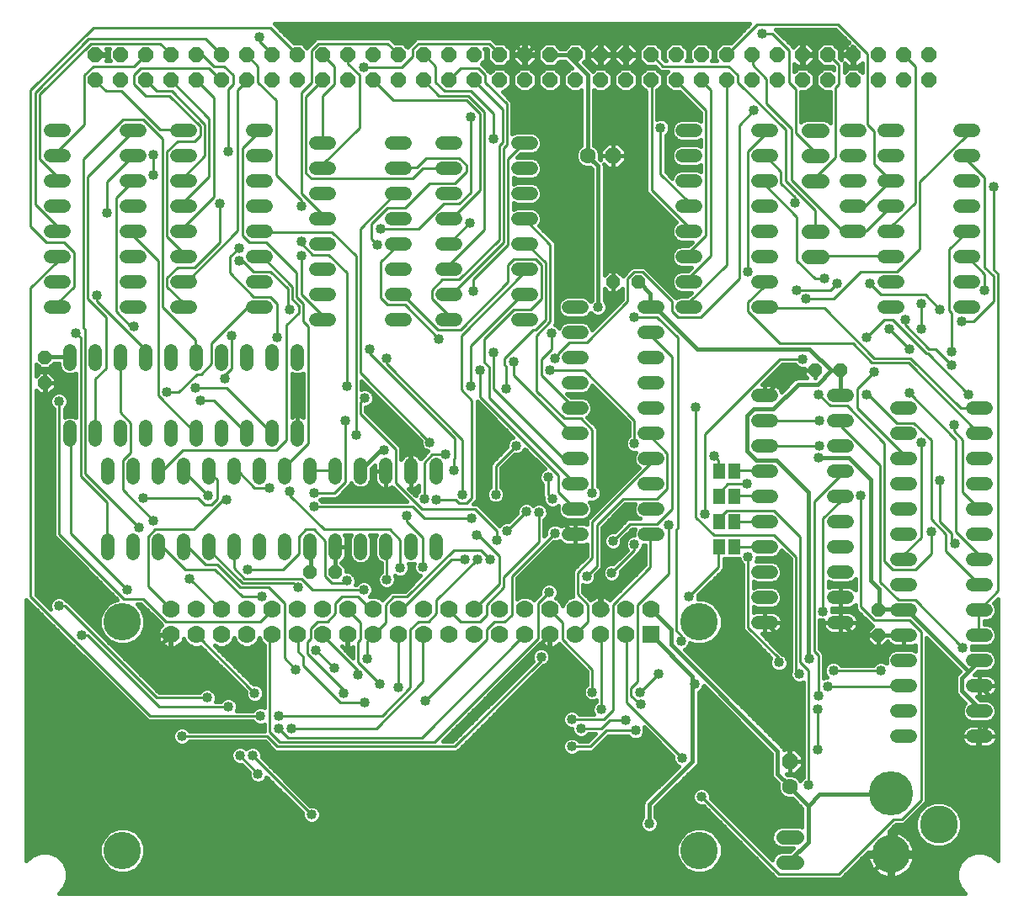
<source format=gtl>
G75*
%MOIN*%
%OFA0B0*%
%FSLAX24Y24*%
%IPPOS*%
%LPD*%
%AMOC8*
5,1,8,0,0,1.08239X$1,22.5*
%
%ADD10OC8,0.0520*%
%ADD11OC8,0.0630*%
%ADD12C,0.0630*%
%ADD13C,0.0520*%
%ADD14R,0.0700X0.0700*%
%ADD15C,0.0700*%
%ADD16C,0.1483*%
%ADD17C,0.0560*%
%ADD18C,0.1750*%
%ADD19C,0.1500*%
%ADD20R,0.0460X0.0630*%
%ADD21OC8,0.0600*%
%ADD22C,0.0180*%
%ADD23C,0.0400*%
%ADD24C,0.0160*%
%ADD25C,0.0100*%
D10*
X012680Y014234D03*
X013680Y014234D03*
X002180Y021734D03*
X002180Y022734D03*
X024680Y025734D03*
X025680Y025734D03*
X032680Y022234D03*
X033680Y022234D03*
X035180Y012734D03*
X035180Y011734D03*
D11*
X031680Y006734D03*
X024680Y030734D03*
D12*
X023680Y030734D03*
X031680Y005734D03*
D13*
X035920Y007734D02*
X036440Y007734D01*
X036440Y008734D02*
X035920Y008734D01*
X035920Y009734D02*
X036440Y009734D01*
X036440Y010734D02*
X035920Y010734D01*
X035920Y011734D02*
X036440Y011734D01*
X036440Y012734D02*
X035920Y012734D01*
X035920Y013734D02*
X036440Y013734D01*
X036440Y014734D02*
X035920Y014734D01*
X035920Y015734D02*
X036440Y015734D01*
X036440Y016734D02*
X035920Y016734D01*
X035920Y017734D02*
X036440Y017734D01*
X036440Y018734D02*
X035920Y018734D01*
X035920Y019734D02*
X036440Y019734D01*
X036440Y020734D02*
X035920Y020734D01*
X033940Y020234D02*
X033420Y020234D01*
X033420Y019234D02*
X033940Y019234D01*
X033940Y018234D02*
X033420Y018234D01*
X033420Y017234D02*
X033940Y017234D01*
X033940Y016234D02*
X033420Y016234D01*
X033420Y015234D02*
X033940Y015234D01*
X033940Y014234D02*
X033420Y014234D01*
X033420Y013234D02*
X033940Y013234D01*
X033940Y012234D02*
X033420Y012234D01*
X030940Y012234D02*
X030420Y012234D01*
X030420Y013234D02*
X030940Y013234D01*
X030940Y014234D02*
X030420Y014234D01*
X030420Y015234D02*
X030940Y015234D01*
X030940Y016234D02*
X030420Y016234D01*
X030420Y017234D02*
X030940Y017234D01*
X030940Y018234D02*
X030420Y018234D01*
X030420Y019234D02*
X030940Y019234D01*
X030940Y020234D02*
X030420Y020234D01*
X030420Y021234D02*
X030940Y021234D01*
X033420Y021234D02*
X033940Y021234D01*
X035420Y024734D02*
X035940Y024734D01*
X035940Y025734D02*
X035420Y025734D01*
X035420Y026734D02*
X035940Y026734D01*
X035940Y027734D02*
X035420Y027734D01*
X034440Y027734D02*
X033920Y027734D01*
X033920Y028734D02*
X034440Y028734D01*
X035420Y028734D02*
X035940Y028734D01*
X035940Y029734D02*
X035420Y029734D01*
X034440Y029734D02*
X033920Y029734D01*
X033920Y030734D02*
X034440Y030734D01*
X035420Y030734D02*
X035940Y030734D01*
X035940Y031734D02*
X035420Y031734D01*
X034440Y031734D02*
X033920Y031734D01*
X030940Y031734D02*
X030420Y031734D01*
X030420Y030734D02*
X030940Y030734D01*
X030940Y029734D02*
X030420Y029734D01*
X030420Y028734D02*
X030940Y028734D01*
X030940Y027734D02*
X030420Y027734D01*
X030420Y026734D02*
X030940Y026734D01*
X030940Y025734D02*
X030420Y025734D01*
X030420Y024734D02*
X030940Y024734D01*
X027940Y024734D02*
X027420Y024734D01*
X027420Y025734D02*
X027940Y025734D01*
X027940Y026734D02*
X027420Y026734D01*
X027420Y027734D02*
X027940Y027734D01*
X027940Y028734D02*
X027420Y028734D01*
X027420Y029734D02*
X027940Y029734D01*
X027940Y030734D02*
X027420Y030734D01*
X027420Y031734D02*
X027940Y031734D01*
X021440Y031234D02*
X020920Y031234D01*
X020920Y030234D02*
X021440Y030234D01*
X021440Y029234D02*
X020920Y029234D01*
X020920Y028234D02*
X021440Y028234D01*
X021440Y027234D02*
X020920Y027234D01*
X020920Y026234D02*
X021440Y026234D01*
X021440Y025234D02*
X020920Y025234D01*
X020920Y024234D02*
X021440Y024234D01*
X022920Y023734D02*
X023440Y023734D01*
X023440Y022734D02*
X022920Y022734D01*
X022920Y021734D02*
X023440Y021734D01*
X023440Y020734D02*
X022920Y020734D01*
X022920Y019734D02*
X023440Y019734D01*
X023440Y018734D02*
X022920Y018734D01*
X022920Y017734D02*
X023440Y017734D01*
X023440Y016734D02*
X022920Y016734D01*
X022920Y015734D02*
X023440Y015734D01*
X025920Y015734D02*
X026440Y015734D01*
X026440Y016734D02*
X025920Y016734D01*
X025920Y017734D02*
X026440Y017734D01*
X026440Y018734D02*
X025920Y018734D01*
X025920Y019734D02*
X026440Y019734D01*
X026440Y020734D02*
X025920Y020734D01*
X025920Y021734D02*
X026440Y021734D01*
X026440Y022734D02*
X025920Y022734D01*
X025920Y023734D02*
X026440Y023734D01*
X026440Y024734D02*
X025920Y024734D01*
X023440Y024734D02*
X022920Y024734D01*
X018440Y024234D02*
X017920Y024234D01*
X017920Y025234D02*
X018440Y025234D01*
X018440Y026234D02*
X017920Y026234D01*
X017920Y027234D02*
X018440Y027234D01*
X018440Y028234D02*
X017920Y028234D01*
X017920Y029234D02*
X018440Y029234D01*
X018440Y030234D02*
X017920Y030234D01*
X017920Y031234D02*
X018440Y031234D01*
X016440Y031234D02*
X015920Y031234D01*
X015920Y030234D02*
X016440Y030234D01*
X016440Y029234D02*
X015920Y029234D01*
X015920Y028234D02*
X016440Y028234D01*
X016440Y027234D02*
X015920Y027234D01*
X015920Y026234D02*
X016440Y026234D01*
X016440Y025234D02*
X015920Y025234D01*
X015920Y024234D02*
X016440Y024234D01*
X013440Y024234D02*
X012920Y024234D01*
X012920Y025234D02*
X013440Y025234D01*
X013440Y026234D02*
X012920Y026234D01*
X012920Y027234D02*
X013440Y027234D01*
X013440Y028234D02*
X012920Y028234D01*
X012920Y029234D02*
X013440Y029234D01*
X013440Y030234D02*
X012920Y030234D01*
X012920Y031234D02*
X013440Y031234D01*
X010940Y030734D02*
X010420Y030734D01*
X010420Y031734D02*
X010940Y031734D01*
X010940Y029734D02*
X010420Y029734D01*
X010420Y028734D02*
X010940Y028734D01*
X010940Y027734D02*
X010420Y027734D01*
X010420Y026734D02*
X010940Y026734D01*
X010940Y025734D02*
X010420Y025734D01*
X010420Y024734D02*
X010940Y024734D01*
X011180Y022994D02*
X011180Y022474D01*
X012180Y022474D02*
X012180Y022994D01*
X010180Y022994D02*
X010180Y022474D01*
X009180Y022474D02*
X009180Y022994D01*
X008180Y022994D02*
X008180Y022474D01*
X007180Y022474D02*
X007180Y022994D01*
X006180Y022994D02*
X006180Y022474D01*
X005180Y022474D02*
X005180Y022994D01*
X004180Y022994D02*
X004180Y022474D01*
X003180Y022474D02*
X003180Y022994D01*
X002940Y024734D02*
X002420Y024734D01*
X002420Y025734D02*
X002940Y025734D01*
X002940Y026734D02*
X002420Y026734D01*
X002420Y027734D02*
X002940Y027734D01*
X002940Y028734D02*
X002420Y028734D01*
X002420Y029734D02*
X002940Y029734D01*
X002940Y030734D02*
X002420Y030734D01*
X002420Y031734D02*
X002940Y031734D01*
X005420Y031734D02*
X005940Y031734D01*
X005940Y030734D02*
X005420Y030734D01*
X005420Y029734D02*
X005940Y029734D01*
X005940Y028734D02*
X005420Y028734D01*
X005420Y027734D02*
X005940Y027734D01*
X005940Y026734D02*
X005420Y026734D01*
X005420Y025734D02*
X005940Y025734D01*
X005940Y024734D02*
X005420Y024734D01*
X007420Y024734D02*
X007940Y024734D01*
X007940Y025734D02*
X007420Y025734D01*
X007420Y026734D02*
X007940Y026734D01*
X007940Y027734D02*
X007420Y027734D01*
X007420Y028734D02*
X007940Y028734D01*
X007940Y029734D02*
X007420Y029734D01*
X007420Y030734D02*
X007940Y030734D01*
X007940Y031734D02*
X007420Y031734D01*
X007180Y019994D02*
X007180Y019474D01*
X006180Y019474D02*
X006180Y019994D01*
X005180Y019994D02*
X005180Y019474D01*
X004180Y019474D02*
X004180Y019994D01*
X003180Y019994D02*
X003180Y019474D01*
X004680Y018494D02*
X004680Y017974D01*
X005680Y017974D02*
X005680Y018494D01*
X006680Y018494D02*
X006680Y017974D01*
X007680Y017974D02*
X007680Y018494D01*
X008180Y019474D02*
X008180Y019994D01*
X009180Y019994D02*
X009180Y019474D01*
X010180Y019474D02*
X010180Y019994D01*
X011180Y019994D02*
X011180Y019474D01*
X012180Y019474D02*
X012180Y019994D01*
X011680Y018494D02*
X011680Y017974D01*
X010680Y017974D02*
X010680Y018494D01*
X009680Y018494D02*
X009680Y017974D01*
X008680Y017974D02*
X008680Y018494D01*
X008680Y015494D02*
X008680Y014974D01*
X009680Y014974D02*
X009680Y015494D01*
X010680Y015494D02*
X010680Y014974D01*
X011680Y014974D02*
X011680Y015494D01*
X012680Y015494D02*
X012680Y014974D01*
X013680Y014974D02*
X013680Y015494D01*
X014680Y015494D02*
X014680Y014974D01*
X015680Y014974D02*
X015680Y015494D01*
X016680Y015494D02*
X016680Y014974D01*
X017680Y014974D02*
X017680Y015494D01*
X017680Y017974D02*
X017680Y018494D01*
X016680Y018494D02*
X016680Y017974D01*
X015680Y017974D02*
X015680Y018494D01*
X014680Y018494D02*
X014680Y017974D01*
X013680Y017974D02*
X013680Y018494D01*
X012680Y018494D02*
X012680Y017974D01*
X007680Y015494D02*
X007680Y014974D01*
X006680Y014974D02*
X006680Y015494D01*
X005680Y015494D02*
X005680Y014974D01*
X004680Y014974D02*
X004680Y015494D01*
X038420Y024734D02*
X038940Y024734D01*
X038940Y025734D02*
X038420Y025734D01*
X038420Y026734D02*
X038940Y026734D01*
X038940Y027734D02*
X038420Y027734D01*
X038420Y028734D02*
X038940Y028734D01*
X038940Y029734D02*
X038420Y029734D01*
X038420Y030734D02*
X038940Y030734D01*
X038940Y031734D02*
X038420Y031734D01*
X038920Y020734D02*
X039440Y020734D01*
X039440Y019734D02*
X038920Y019734D01*
X038920Y018734D02*
X039440Y018734D01*
X039440Y017734D02*
X038920Y017734D01*
X038920Y016734D02*
X039440Y016734D01*
X039440Y015734D02*
X038920Y015734D01*
X038920Y014734D02*
X039440Y014734D01*
X039440Y013734D02*
X038920Y013734D01*
X038920Y012734D02*
X039440Y012734D01*
X039440Y011734D02*
X038920Y011734D01*
X038920Y010734D02*
X039440Y010734D01*
X039440Y009734D02*
X038920Y009734D01*
X038920Y008734D02*
X039440Y008734D01*
X039440Y007734D02*
X038920Y007734D01*
D14*
X026180Y011762D03*
D15*
X025180Y011762D03*
X024180Y011762D03*
X023180Y011762D03*
X022180Y011762D03*
X021180Y011762D03*
X020180Y011762D03*
X019180Y011762D03*
X018180Y011762D03*
X017180Y011762D03*
X016180Y011762D03*
X015180Y011762D03*
X014180Y011762D03*
X013180Y011762D03*
X012180Y011762D03*
X011180Y011762D03*
X010180Y011762D03*
X009180Y011762D03*
X008180Y011762D03*
X007180Y011762D03*
X007180Y012762D03*
X008180Y012762D03*
X009180Y012762D03*
X010180Y012762D03*
X011180Y012762D03*
X012180Y012762D03*
X013180Y012762D03*
X014180Y012762D03*
X015180Y012762D03*
X016180Y012762D03*
X017180Y012762D03*
X018180Y012762D03*
X019180Y012762D03*
X020180Y012762D03*
X021180Y012762D03*
X022180Y012762D03*
X023180Y012762D03*
X024180Y012762D03*
X025180Y012762D03*
X026180Y012762D03*
D16*
X028097Y012262D03*
X028097Y003207D03*
X005263Y003207D03*
X005263Y012262D03*
D17*
X031400Y003734D02*
X031960Y003734D01*
X031960Y002734D02*
X031400Y002734D01*
X032400Y026734D02*
X032960Y026734D01*
X032960Y027734D02*
X032400Y027734D01*
X032400Y029734D02*
X032960Y029734D01*
X032960Y030734D02*
X032400Y030734D01*
X032400Y031734D02*
X032960Y031734D01*
D18*
X035680Y005455D03*
D19*
X037570Y004234D03*
X035680Y003053D03*
D20*
X029480Y015234D03*
X028880Y015234D03*
X028880Y016234D03*
X029480Y016234D03*
X029480Y017234D03*
X028880Y017234D03*
X028880Y018234D03*
X029480Y018234D03*
D21*
X029180Y033734D03*
X030180Y033734D03*
X031180Y033734D03*
X032180Y033734D03*
X033180Y033734D03*
X034180Y033734D03*
X035180Y033734D03*
X036180Y033734D03*
X037180Y033734D03*
X037180Y034734D03*
X036180Y034734D03*
X035180Y034734D03*
X034180Y034734D03*
X033180Y034734D03*
X032180Y034734D03*
X031180Y034734D03*
X030180Y034734D03*
X029180Y034734D03*
X028180Y034734D03*
X027180Y034734D03*
X026180Y034734D03*
X026180Y033734D03*
X027180Y033734D03*
X028180Y033734D03*
X025180Y033734D03*
X024180Y033734D03*
X023180Y033734D03*
X022180Y033734D03*
X021180Y033734D03*
X020180Y033734D03*
X019180Y033734D03*
X018180Y033734D03*
X017180Y033734D03*
X016180Y033734D03*
X015180Y033734D03*
X014180Y033734D03*
X013180Y033734D03*
X012180Y033734D03*
X011180Y033734D03*
X010180Y033734D03*
X009180Y033734D03*
X008180Y033734D03*
X007180Y033734D03*
X006180Y033734D03*
X005180Y033734D03*
X004180Y033734D03*
X004180Y034734D03*
X005180Y034734D03*
X006180Y034734D03*
X007180Y034734D03*
X008180Y034734D03*
X009180Y034734D03*
X010180Y034734D03*
X011180Y034734D03*
X012180Y034734D03*
X013180Y034734D03*
X014180Y034734D03*
X015180Y034734D03*
X016180Y034734D03*
X017180Y034734D03*
X018180Y034734D03*
X019180Y034734D03*
X020180Y034734D03*
X021180Y034734D03*
X022180Y034734D03*
X023180Y034734D03*
X024180Y034734D03*
X025180Y034734D03*
D22*
X025165Y034729D01*
X024670Y034729D01*
X024670Y030814D01*
X024680Y030734D01*
X024670Y030724D01*
X024670Y025774D01*
X024680Y025734D01*
X025680Y025734D02*
X025705Y025729D01*
X026155Y025279D01*
X026155Y024739D01*
X026180Y024734D01*
X026245Y024694D01*
X026380Y024694D01*
X028000Y023074D01*
X032455Y023074D01*
X033310Y022219D01*
X032770Y021679D01*
X032005Y021679D01*
X031015Y020689D01*
X030250Y020689D01*
X029980Y020419D01*
X029980Y019024D01*
X030340Y018664D01*
X031150Y018664D01*
X032410Y017404D01*
X032410Y010834D01*
X032455Y010789D01*
X031645Y011284D02*
X030700Y012229D01*
X030680Y012234D01*
X031645Y011284D02*
X031645Y006739D01*
X031680Y006734D01*
X031195Y007144D02*
X031195Y006244D01*
X031645Y005794D01*
X031680Y005734D01*
X031690Y005704D01*
X032410Y004984D01*
X032860Y005434D01*
X035650Y005434D01*
X035680Y005455D01*
X035695Y003679D02*
X035695Y003094D01*
X035680Y003053D01*
X035605Y003004D01*
X034660Y002059D01*
X027775Y002059D01*
X022645Y007189D01*
X022645Y010609D01*
X021835Y011419D01*
X020980Y010564D01*
X020980Y010384D01*
X021835Y011419D02*
X022150Y011734D01*
X022180Y011762D01*
X024180Y012762D02*
X024220Y012769D01*
X024220Y014344D01*
X024265Y014389D01*
X024265Y015829D01*
X024625Y016189D01*
X023180Y015734D02*
X023140Y015739D01*
X021160Y017719D01*
X020530Y017719D01*
X016680Y018234D02*
X016660Y018259D01*
X016660Y018844D01*
X015040Y020464D01*
X015040Y020644D01*
X015490Y019069D02*
X014680Y018259D01*
X014680Y018234D01*
X015490Y019069D02*
X015625Y019069D01*
X013680Y015234D02*
X013690Y015199D01*
X013690Y014254D01*
X013680Y014234D01*
X012700Y014254D02*
X012680Y014234D01*
X012700Y014254D02*
X012700Y015199D01*
X012680Y015234D01*
X007180Y011762D02*
X007165Y011734D01*
X006760Y011329D01*
X004870Y011329D01*
X002215Y013984D01*
X002215Y021724D01*
X002180Y021734D01*
X002180Y022734D02*
X002215Y022759D01*
X003160Y022759D01*
X003180Y022734D01*
X011890Y035584D02*
X020350Y035584D01*
X021160Y034774D01*
X021180Y034734D01*
X021250Y034774D01*
X021700Y035224D01*
X023365Y035224D01*
X023815Y034774D01*
X024130Y034774D01*
X024180Y034734D01*
X024220Y034729D01*
X024670Y034729D01*
X023680Y033919D02*
X023680Y030734D01*
X023725Y030679D01*
X024085Y030319D01*
X024085Y024739D01*
X030700Y021274D02*
X030680Y021234D01*
X030700Y021274D02*
X031645Y022219D01*
X032680Y022219D01*
X032680Y022234D01*
X033310Y022219D02*
X033580Y022219D01*
X033680Y022234D01*
X033670Y022219D01*
X033670Y021274D01*
X033680Y021234D01*
X034030Y018754D02*
X032815Y018754D01*
X034030Y018754D02*
X034885Y017899D01*
X034885Y013894D01*
X035200Y013579D01*
X035200Y012859D01*
X035180Y012734D01*
X035200Y012769D01*
X036145Y012769D01*
X036180Y012734D01*
X036235Y012679D01*
X036370Y012679D01*
X038755Y010294D01*
X038485Y010024D01*
X038485Y009529D01*
X039160Y008854D01*
X039160Y008764D01*
X039180Y008734D01*
X039880Y008539D02*
X039205Y007864D01*
X039205Y007774D01*
X039180Y007734D01*
X039115Y007684D01*
X039115Y007099D01*
X035695Y003679D01*
X032410Y003544D02*
X032410Y004984D01*
X032410Y003544D02*
X031690Y002824D01*
X031690Y002734D01*
X031680Y002734D01*
X027820Y006739D02*
X027820Y009799D01*
X027910Y009799D01*
X027820Y009799D02*
X027820Y010114D01*
X026200Y011734D01*
X026180Y011762D01*
X026965Y011959D02*
X026965Y011374D01*
X031195Y007144D01*
X027820Y006739D02*
X026110Y005029D01*
X026110Y004264D01*
X033715Y012229D02*
X034165Y011779D01*
X035110Y011779D01*
X035180Y011734D01*
X036180Y011734D01*
X033715Y012229D02*
X033680Y012234D01*
X038755Y010294D02*
X039160Y010699D01*
X039180Y010734D01*
X039180Y009734D02*
X039880Y009034D01*
X039880Y008539D01*
X026965Y011959D02*
X026200Y012724D01*
X026180Y012762D01*
X023680Y033919D02*
X023140Y034459D01*
X023140Y034639D01*
X023180Y034734D01*
X023140Y034729D01*
X022195Y034729D01*
X022180Y034734D01*
X032180Y034734D02*
X032185Y034774D01*
X032545Y034774D01*
X032995Y035224D01*
X033715Y035224D01*
X034165Y034774D01*
X034180Y034734D01*
D23*
X030565Y035584D03*
X030250Y032524D03*
X026560Y031849D03*
X031870Y028879D03*
X033040Y025864D03*
X033535Y025684D03*
X034840Y025684D03*
X036235Y024244D03*
X035605Y023884D03*
X036415Y023074D03*
X036865Y023884D03*
X037630Y024649D03*
X036865Y024874D03*
X038485Y024154D03*
X038080Y022984D03*
X038080Y022444D03*
X038755Y021274D03*
X038170Y020059D03*
X036865Y019384D03*
X037630Y017854D03*
X037270Y015829D03*
X038215Y015379D03*
X034480Y017269D03*
X032815Y018754D03*
X032860Y019249D03*
X032860Y020239D03*
X032815Y021274D03*
X032185Y022669D03*
X032320Y025054D03*
X031960Y025414D03*
X030025Y026134D03*
X025525Y024334D03*
X024085Y024739D03*
X022240Y023704D03*
X022375Y022714D03*
X022195Y022219D03*
X020755Y022579D03*
X019945Y022939D03*
X019405Y022219D03*
X019045Y021589D03*
X020440Y021499D03*
X020845Y019249D03*
X020530Y017719D03*
X020035Y017314D03*
X019090Y016369D03*
X019270Y015694D03*
X020080Y015514D03*
X020485Y015874D03*
X021250Y016639D03*
X021745Y016594D03*
X022285Y017134D03*
X022105Y017989D03*
X023860Y017359D03*
X024625Y016189D03*
X024670Y015469D03*
X025525Y015334D03*
X024625Y014209D03*
X023635Y014074D03*
X022150Y013444D03*
X022375Y015784D03*
X019810Y014749D03*
X019315Y014749D03*
X018820Y014749D03*
X017155Y014434D03*
X016255Y014389D03*
X015715Y013939D03*
X014815Y013534D03*
X014140Y013894D03*
X012205Y013624D03*
X010765Y013264D03*
X010225Y014344D03*
X007930Y013984D03*
X005455Y013534D03*
X003655Y011734D03*
X002755Y012904D03*
X005905Y016009D03*
X006490Y016279D03*
X006085Y017179D03*
X008650Y017269D03*
X009370Y017089D03*
X011080Y017584D03*
X011890Y017449D03*
X012835Y017359D03*
X012835Y016819D03*
X015625Y019069D03*
X014500Y019654D03*
X014095Y020239D03*
X015040Y020644D03*
X014860Y021139D03*
X014140Y021589D03*
X015040Y023074D03*
X015715Y022714D03*
X017785Y023479D03*
X019135Y025369D03*
X019000Y028069D03*
X019945Y031399D03*
X019045Y032254D03*
X014815Y034234D03*
X011890Y035584D03*
X010675Y035449D03*
X009460Y030904D03*
X009100Y028834D03*
X009865Y027079D03*
X009865Y026584D03*
X012340Y026764D03*
X012340Y027349D03*
X012340Y028744D03*
X015490Y027844D03*
X015355Y027214D03*
X011890Y024649D03*
X011395Y023524D03*
X009595Y023614D03*
X009325Y021904D03*
X008335Y021049D03*
X008155Y021544D03*
X007030Y021364D03*
X005725Y023974D03*
X004240Y025189D03*
X003430Y023704D03*
X002755Y021004D03*
X004645Y028474D03*
X006490Y029959D03*
X006490Y030769D03*
X017425Y019384D03*
X018055Y018889D03*
X018370Y018259D03*
X018730Y017314D03*
X017695Y017089D03*
X017200Y017134D03*
X016525Y016459D03*
X012925Y011149D03*
X013645Y010429D03*
X014590Y010159D03*
X014950Y010789D03*
X015445Y009799D03*
X016165Y009664D03*
X017245Y009124D03*
X014860Y009079D03*
X014005Y009439D03*
X012115Y010384D03*
X010495Y009439D03*
X010720Y008539D03*
X011440Y008539D03*
X011440Y008044D03*
X011935Y008044D03*
X010405Y006964D03*
X009910Y006964D03*
X010630Y006244D03*
X012745Y004624D03*
X009460Y008899D03*
X008605Y009259D03*
X007615Y007729D03*
X020980Y010384D03*
X021835Y010879D03*
X023860Y009484D03*
X024220Y008809D03*
X025165Y008359D03*
X025570Y007954D03*
X025795Y008989D03*
X025750Y009484D03*
X026470Y010204D03*
X027910Y009799D03*
X027370Y011509D03*
X027685Y013264D03*
X030025Y014839D03*
X028315Y016549D03*
X026875Y016099D03*
X028675Y018844D03*
X029980Y017719D03*
X027955Y020779D03*
X025525Y019339D03*
X032995Y012679D03*
X032455Y010789D03*
X032050Y010204D03*
X031240Y010654D03*
X032815Y009349D03*
X033175Y009709D03*
X033400Y010339D03*
X032770Y008809D03*
X032770Y007189D03*
X032410Y005794D03*
X028180Y005344D03*
X027415Y006874D03*
X026110Y004264D03*
X023050Y007324D03*
X023410Y008044D03*
X023050Y008404D03*
X035290Y010339D03*
X038530Y011239D03*
X036415Y021319D03*
X035020Y022174D03*
X034705Y021274D03*
X034705Y023524D03*
X039385Y025414D03*
X039745Y029509D03*
D24*
X002947Y001722D02*
X002740Y001514D01*
X038620Y001514D01*
X038413Y001722D01*
X038275Y002054D01*
X038275Y002415D01*
X038413Y002747D01*
X038667Y003002D01*
X039000Y003139D01*
X039360Y003139D01*
X039693Y003002D01*
X039900Y002794D01*
X039900Y013168D01*
X039750Y013018D01*
X039796Y012972D01*
X039860Y012818D01*
X039860Y012651D01*
X039796Y012497D01*
X039678Y012378D01*
X039524Y012314D01*
X039370Y012314D01*
X039370Y012154D01*
X039524Y012154D01*
X039678Y012091D01*
X039796Y011972D01*
X039860Y011818D01*
X039860Y011651D01*
X039796Y011497D01*
X039678Y011378D01*
X039524Y011314D01*
X038889Y011314D01*
X038890Y011311D01*
X038890Y011168D01*
X038884Y011154D01*
X039524Y011154D01*
X039678Y011091D01*
X039796Y010972D01*
X039860Y010818D01*
X039900Y010818D01*
X039860Y010818D02*
X039860Y010651D01*
X039796Y010497D01*
X039678Y010378D01*
X039524Y010314D01*
X039129Y010314D01*
X038989Y010174D01*
X039180Y010174D01*
X039180Y009735D01*
X039180Y009735D01*
X039180Y010174D01*
X039475Y010174D01*
X039543Y010164D01*
X039609Y010142D01*
X039671Y010111D01*
X039727Y010070D01*
X039776Y010021D01*
X039816Y009965D01*
X039848Y009903D01*
X039869Y009838D01*
X039880Y009769D01*
X039880Y009734D01*
X039180Y009734D01*
X039180Y009294D01*
X039475Y009294D01*
X039543Y009305D01*
X039609Y009327D01*
X039671Y009358D01*
X039727Y009399D01*
X039776Y009448D01*
X039816Y009504D01*
X039848Y009566D01*
X039869Y009631D01*
X039880Y009700D01*
X039880Y009734D01*
X039180Y009734D01*
X039180Y009734D01*
X039180Y009294D01*
X039074Y009294D01*
X039214Y009154D01*
X039524Y009154D01*
X039678Y009091D01*
X039796Y008972D01*
X039860Y008818D01*
X039860Y008651D01*
X039796Y008497D01*
X039678Y008378D01*
X039524Y008314D01*
X038836Y008314D01*
X038682Y008378D01*
X038564Y008497D01*
X038500Y008651D01*
X038500Y008818D01*
X038564Y008972D01*
X038626Y009035D01*
X038343Y009318D01*
X038273Y009388D01*
X038235Y009480D01*
X038235Y010074D01*
X038273Y010166D01*
X038401Y010294D01*
X037075Y011621D01*
X037075Y005123D01*
X036952Y004999D01*
X036187Y004234D01*
X035872Y004234D01*
X035600Y003963D01*
X035600Y003133D01*
X035600Y002973D01*
X035760Y002973D01*
X035760Y002127D01*
X035836Y002135D01*
X035938Y002158D01*
X036036Y002193D01*
X036131Y002238D01*
X036219Y002294D01*
X036301Y002359D01*
X036375Y002433D01*
X036440Y002514D01*
X036495Y002603D01*
X036541Y002697D01*
X036575Y002796D01*
X036598Y002897D01*
X036607Y002973D01*
X035760Y002973D01*
X035760Y003133D01*
X036607Y003133D01*
X036598Y003209D01*
X036575Y003311D01*
X036541Y003410D01*
X036495Y003504D01*
X036440Y003592D01*
X036375Y003674D01*
X036301Y003748D01*
X036219Y003813D01*
X036131Y003869D01*
X036036Y003914D01*
X035938Y003948D01*
X035836Y003972D01*
X035760Y003980D01*
X035760Y003133D01*
X035600Y003133D01*
X034771Y003133D01*
X033712Y002074D01*
X031153Y002074D01*
X031030Y002198D01*
X031030Y002198D01*
X028243Y004984D01*
X028108Y004984D01*
X027976Y005039D01*
X027875Y005141D01*
X027820Y005273D01*
X027820Y005416D01*
X027875Y005548D01*
X027976Y005650D01*
X028108Y005704D01*
X028252Y005704D01*
X028384Y005650D01*
X028485Y005548D01*
X028540Y005416D01*
X028540Y005281D01*
X030972Y002850D01*
X031027Y002984D01*
X031151Y003108D01*
X031312Y003174D01*
X031686Y003174D01*
X031806Y003294D01*
X031312Y003294D01*
X031151Y003361D01*
X031027Y003485D01*
X030960Y003647D01*
X030960Y003822D01*
X031027Y003984D01*
X031151Y004108D01*
X031312Y004174D01*
X032048Y004174D01*
X032160Y004128D01*
X032160Y004881D01*
X031779Y005262D01*
X031774Y005259D01*
X031586Y005259D01*
X031411Y005332D01*
X031277Y005465D01*
X031205Y005640D01*
X031205Y005829D01*
X031220Y005866D01*
X030983Y006103D01*
X030945Y006195D01*
X030945Y007041D01*
X028266Y009719D01*
X028215Y009596D01*
X028114Y009494D01*
X028070Y009476D01*
X028070Y006690D01*
X028032Y006598D01*
X026360Y004926D01*
X026360Y004524D01*
X026415Y004468D01*
X026470Y004336D01*
X026470Y004193D01*
X026415Y004061D01*
X026314Y003959D01*
X026182Y003904D01*
X026038Y003904D01*
X025906Y003959D01*
X025805Y004061D01*
X025750Y004193D01*
X025750Y004336D01*
X025805Y004468D01*
X025860Y004524D01*
X025860Y005079D01*
X025898Y005171D01*
X027271Y006544D01*
X027211Y006569D01*
X027110Y006671D01*
X027055Y006803D01*
X027055Y006938D01*
X025904Y008088D01*
X025930Y008026D01*
X025930Y007883D01*
X025875Y007751D01*
X025774Y007649D01*
X025642Y007594D01*
X025498Y007594D01*
X025366Y007649D01*
X025271Y007744D01*
X024487Y007744D01*
X023980Y007238D01*
X023857Y007114D01*
X023349Y007114D01*
X023254Y007019D01*
X023122Y006964D01*
X022978Y006964D01*
X022846Y007019D01*
X022745Y007121D01*
X022690Y007253D01*
X022690Y007396D01*
X022745Y007528D01*
X022846Y007630D01*
X022978Y007684D01*
X023122Y007684D01*
X023254Y007630D01*
X023349Y007534D01*
X023683Y007534D01*
X023983Y007834D01*
X023709Y007834D01*
X023614Y007739D01*
X023482Y007684D01*
X023338Y007684D01*
X023206Y007739D01*
X023105Y007841D01*
X023050Y007973D01*
X023050Y008044D01*
X022978Y008044D01*
X022846Y008099D01*
X022745Y008201D01*
X022690Y008333D01*
X022690Y008476D01*
X022745Y008608D01*
X022846Y008710D01*
X022978Y008764D01*
X023122Y008764D01*
X023254Y008710D01*
X023349Y008614D01*
X023911Y008614D01*
X023860Y008738D01*
X023860Y008881D01*
X023915Y009013D01*
X024010Y009109D01*
X024010Y009157D01*
X023932Y009124D01*
X023788Y009124D01*
X023656Y009179D01*
X023555Y009281D01*
X023500Y009413D01*
X023500Y009556D01*
X023555Y009688D01*
X023650Y009784D01*
X023650Y010298D01*
X022603Y011344D01*
X022557Y011390D01*
X022525Y011358D01*
X022458Y011309D01*
X022383Y011271D01*
X022304Y011245D01*
X022222Y011232D01*
X022198Y011232D01*
X022198Y011744D01*
X022162Y011744D01*
X022162Y011232D01*
X022138Y011232D01*
X022056Y011245D01*
X021977Y011271D01*
X021902Y011309D01*
X021835Y011358D01*
X021795Y011398D01*
X017932Y007534D01*
X018328Y007534D01*
X021512Y010718D01*
X021475Y010808D01*
X021475Y010951D01*
X021530Y011083D01*
X021631Y011185D01*
X021763Y011239D01*
X021907Y011239D01*
X022039Y011185D01*
X022140Y011083D01*
X022195Y010951D01*
X022195Y010808D01*
X022140Y010676D01*
X022039Y010574D01*
X021907Y010520D01*
X018502Y007114D01*
X011308Y007114D01*
X011185Y007238D01*
X010903Y007519D01*
X007914Y007519D01*
X007819Y007424D01*
X007687Y007369D01*
X007543Y007369D01*
X007411Y007424D01*
X007310Y007526D01*
X007255Y007658D01*
X007255Y007801D01*
X007310Y007933D01*
X007411Y008035D01*
X007543Y008089D01*
X007687Y008089D01*
X007819Y008035D01*
X007914Y007939D01*
X010870Y007939D01*
X010870Y008212D01*
X010792Y008179D01*
X010648Y008179D01*
X010516Y008234D01*
X010421Y008329D01*
X006268Y008329D01*
X006145Y008453D01*
X001460Y013138D01*
X001460Y002794D01*
X001667Y003002D01*
X002000Y003139D01*
X002360Y003139D01*
X002693Y003002D01*
X002947Y002747D01*
X003085Y002415D01*
X003085Y002054D01*
X002947Y001722D01*
X002973Y001783D02*
X038387Y001783D01*
X038322Y001942D02*
X003038Y001942D01*
X003085Y002100D02*
X031127Y002100D01*
X030969Y002259D02*
X003085Y002259D01*
X003084Y002417D02*
X004813Y002417D01*
X004752Y002443D02*
X005083Y002306D01*
X005442Y002306D01*
X005773Y002443D01*
X006027Y002696D01*
X006164Y003028D01*
X006164Y003386D01*
X006027Y003717D01*
X005773Y003971D01*
X005442Y004108D01*
X005083Y004108D01*
X004752Y003971D01*
X004499Y003717D01*
X004361Y003386D01*
X004361Y003028D01*
X004499Y002696D01*
X004752Y002443D01*
X004619Y002576D02*
X003018Y002576D01*
X002952Y002734D02*
X004483Y002734D01*
X004417Y002893D02*
X002801Y002893D01*
X002572Y003051D02*
X004361Y003051D01*
X004361Y003210D02*
X001460Y003210D01*
X001460Y003368D02*
X004361Y003368D01*
X004420Y003527D02*
X001460Y003527D01*
X001460Y003685D02*
X004485Y003685D01*
X004625Y003844D02*
X001460Y003844D01*
X001460Y004002D02*
X004828Y004002D01*
X005697Y004002D02*
X025863Y004002D01*
X025763Y004161D02*
X001460Y004161D01*
X001460Y004319D02*
X012541Y004319D01*
X012673Y004264D01*
X012817Y004264D01*
X012949Y004319D01*
X013050Y004421D01*
X013105Y004553D01*
X013105Y004696D01*
X013050Y004828D01*
X012949Y004930D01*
X012817Y004984D01*
X012682Y004984D01*
X010765Y006901D01*
X010765Y007036D01*
X010710Y007168D01*
X010609Y007270D01*
X010477Y007324D01*
X010333Y007324D01*
X010201Y007270D01*
X010157Y007226D01*
X010114Y007270D01*
X009982Y007324D01*
X009838Y007324D01*
X009706Y007270D01*
X009605Y007168D01*
X009550Y007036D01*
X009550Y006893D01*
X009605Y006761D01*
X009706Y006659D01*
X009838Y006604D01*
X009973Y006604D01*
X010270Y006308D01*
X010270Y006173D01*
X010325Y006041D01*
X010426Y005939D01*
X010558Y005884D01*
X010702Y005884D01*
X010834Y005939D01*
X010935Y006041D01*
X010964Y006109D01*
X012385Y004688D01*
X012385Y004553D01*
X012440Y004421D01*
X012541Y004319D01*
X012416Y004478D02*
X001460Y004478D01*
X001460Y004636D02*
X012385Y004636D01*
X012278Y004795D02*
X001460Y004795D01*
X001460Y004953D02*
X012119Y004953D01*
X011961Y005112D02*
X001460Y005112D01*
X001460Y005270D02*
X011802Y005270D01*
X011644Y005429D02*
X001460Y005429D01*
X001460Y005587D02*
X011485Y005587D01*
X011327Y005746D02*
X001460Y005746D01*
X001460Y005904D02*
X010510Y005904D01*
X010750Y005904D02*
X011168Y005904D01*
X011010Y006063D02*
X010944Y006063D01*
X011286Y006380D02*
X027107Y006380D01*
X027265Y006538D02*
X011128Y006538D01*
X010969Y006697D02*
X027099Y006697D01*
X027055Y006855D02*
X010811Y006855D01*
X010765Y007014D02*
X022859Y007014D01*
X022723Y007172D02*
X018560Y007172D01*
X018718Y007331D02*
X022690Y007331D01*
X022729Y007489D02*
X018877Y007489D01*
X019035Y007648D02*
X022890Y007648D01*
X023139Y007806D02*
X019194Y007806D01*
X019352Y007965D02*
X023053Y007965D01*
X022822Y008123D02*
X019511Y008123D01*
X019669Y008282D02*
X022711Y008282D01*
X022690Y008440D02*
X019828Y008440D01*
X019986Y008599D02*
X022741Y008599D01*
X022962Y008757D02*
X020145Y008757D01*
X020303Y008916D02*
X023874Y008916D01*
X023860Y008757D02*
X023138Y008757D01*
X023602Y009233D02*
X020620Y009233D01*
X020462Y009074D02*
X023976Y009074D01*
X023509Y009391D02*
X020779Y009391D01*
X020937Y009550D02*
X023500Y009550D01*
X023575Y009708D02*
X021096Y009708D01*
X021254Y009867D02*
X023650Y009867D01*
X023650Y010025D02*
X021413Y010025D01*
X021571Y010184D02*
X023650Y010184D01*
X023605Y010343D02*
X021730Y010343D01*
X021888Y010501D02*
X023447Y010501D01*
X023288Y010660D02*
X022124Y010660D01*
X022195Y010818D02*
X023130Y010818D01*
X022971Y010977D02*
X022184Y010977D01*
X022089Y011135D02*
X022813Y011135D01*
X022654Y011294D02*
X022428Y011294D01*
X022198Y011294D02*
X022162Y011294D01*
X022162Y011452D02*
X022198Y011452D01*
X022198Y011611D02*
X022162Y011611D01*
X021932Y011294D02*
X021691Y011294D01*
X021581Y011135D02*
X021532Y011135D01*
X021486Y010977D02*
X021374Y010977D01*
X021475Y010818D02*
X021215Y010818D01*
X021057Y010660D02*
X021453Y010660D01*
X021295Y010501D02*
X020898Y010501D01*
X020740Y010343D02*
X021136Y010343D01*
X020978Y010184D02*
X020581Y010184D01*
X020423Y010025D02*
X020819Y010025D01*
X020661Y009867D02*
X020264Y009867D01*
X020106Y009708D02*
X020502Y009708D01*
X020344Y009550D02*
X019947Y009550D01*
X019789Y009391D02*
X020185Y009391D01*
X020027Y009233D02*
X019630Y009233D01*
X019472Y009074D02*
X019868Y009074D01*
X019710Y008916D02*
X019313Y008916D01*
X019155Y008757D02*
X019551Y008757D01*
X019393Y008599D02*
X018996Y008599D01*
X018838Y008440D02*
X019234Y008440D01*
X019076Y008282D02*
X018679Y008282D01*
X018521Y008123D02*
X018917Y008123D01*
X018759Y007965D02*
X018362Y007965D01*
X018204Y007806D02*
X018600Y007806D01*
X018442Y007648D02*
X018045Y007648D01*
X014380Y010846D02*
X013934Y011293D01*
X013977Y011271D01*
X014056Y011245D01*
X014138Y011232D01*
X014162Y011232D01*
X014162Y011744D01*
X014198Y011744D01*
X014198Y011232D01*
X014222Y011232D01*
X014304Y011245D01*
X014380Y011270D01*
X014380Y010846D01*
X014380Y010977D02*
X014250Y010977D01*
X014380Y011135D02*
X014091Y011135D01*
X014162Y011294D02*
X014198Y011294D01*
X014198Y011452D02*
X014162Y011452D01*
X014162Y011611D02*
X014198Y011611D01*
X015050Y013260D02*
X015120Y013331D01*
X015175Y013463D01*
X015175Y013606D01*
X015120Y013738D01*
X015019Y013840D01*
X014887Y013894D01*
X014743Y013894D01*
X014611Y013840D01*
X014516Y013744D01*
X014468Y013744D01*
X014500Y013823D01*
X014500Y013966D01*
X014445Y014098D01*
X014344Y014200D01*
X014212Y014254D01*
X014120Y014254D01*
X014120Y014417D01*
X013927Y014610D01*
X013967Y014639D01*
X014016Y014688D01*
X014056Y014744D01*
X014088Y014806D01*
X014109Y014871D01*
X014120Y014940D01*
X014120Y015234D01*
X013680Y015234D01*
X013680Y014674D01*
X013680Y014235D01*
X013680Y015234D01*
X013680Y015234D01*
X013680Y015234D01*
X014120Y015234D01*
X014120Y015529D01*
X014109Y015598D01*
X014088Y015663D01*
X014064Y015709D01*
X014314Y015709D01*
X014260Y015578D01*
X014260Y014891D01*
X014324Y014737D01*
X014442Y014618D01*
X014596Y014554D01*
X014764Y014554D01*
X014918Y014618D01*
X015036Y014737D01*
X015100Y014891D01*
X015100Y015578D01*
X015046Y015709D01*
X015314Y015709D01*
X015260Y015578D01*
X015260Y014891D01*
X015324Y014737D01*
X015442Y014618D01*
X015505Y014592D01*
X015505Y014239D01*
X015410Y014143D01*
X015355Y014011D01*
X015355Y013868D01*
X015410Y013736D01*
X015511Y013634D01*
X015643Y013579D01*
X015787Y013579D01*
X015919Y013634D01*
X016020Y013736D01*
X016075Y013868D01*
X016075Y014011D01*
X016040Y014095D01*
X016051Y014084D01*
X016183Y014029D01*
X016327Y014029D01*
X016459Y014084D01*
X016560Y014186D01*
X016615Y014318D01*
X016615Y014461D01*
X016572Y014565D01*
X016596Y014554D01*
X016764Y014554D01*
X016826Y014580D01*
X016795Y014506D01*
X016795Y014363D01*
X016850Y014231D01*
X016951Y014129D01*
X017051Y014088D01*
X016438Y013474D01*
X015898Y013474D01*
X015583Y013159D01*
X015543Y013120D01*
X015469Y013194D01*
X015281Y013272D01*
X015079Y013272D01*
X015050Y013260D01*
X015130Y013354D02*
X015778Y013354D01*
X015619Y013196D02*
X015466Y013196D01*
X015175Y013513D02*
X016476Y013513D01*
X016635Y013671D02*
X015956Y013671D01*
X016059Y013830D02*
X016793Y013830D01*
X016952Y013988D02*
X016075Y013988D01*
X016521Y014147D02*
X016934Y014147D01*
X016819Y014305D02*
X016610Y014305D01*
X016614Y014464D02*
X016795Y014464D01*
X015505Y014464D02*
X014073Y014464D01*
X014120Y014305D02*
X015505Y014305D01*
X015413Y014147D02*
X014397Y014147D01*
X014491Y013988D02*
X015355Y013988D01*
X015371Y013830D02*
X015029Y013830D01*
X015148Y013671D02*
X015474Y013671D01*
X014601Y013830D02*
X014500Y013830D01*
X014439Y014622D02*
X013943Y014622D01*
X014075Y014781D02*
X014306Y014781D01*
X014260Y014939D02*
X014120Y014939D01*
X014120Y015098D02*
X014260Y015098D01*
X014260Y015256D02*
X014120Y015256D01*
X014120Y015415D02*
X014260Y015415D01*
X014260Y015573D02*
X014113Y015573D01*
X013680Y015098D02*
X013680Y015098D01*
X013680Y014939D02*
X013680Y014939D01*
X013680Y014781D02*
X013680Y014781D01*
X013680Y014622D02*
X013680Y014622D01*
X013680Y014464D02*
X013680Y014464D01*
X013680Y014305D02*
X013680Y014305D01*
X013680Y014235D02*
X013680Y014235D01*
X014921Y014622D02*
X015439Y014622D01*
X015306Y014781D02*
X015054Y014781D01*
X015100Y014939D02*
X015260Y014939D01*
X015260Y015098D02*
X015100Y015098D01*
X015100Y015256D02*
X015260Y015256D01*
X015260Y015415D02*
X015100Y015415D01*
X015100Y015573D02*
X015260Y015573D01*
X016513Y017029D02*
X013134Y017029D01*
X013074Y017089D01*
X013134Y017149D01*
X013732Y017149D01*
X014182Y017599D01*
X014305Y017723D01*
X014305Y017782D01*
X014324Y017737D01*
X014442Y017618D01*
X014596Y017554D01*
X014764Y017554D01*
X014918Y017618D01*
X015036Y017737D01*
X015100Y017891D01*
X015100Y018326D01*
X015240Y018466D01*
X015240Y018234D01*
X015240Y017940D01*
X015251Y017871D01*
X015272Y017806D01*
X015304Y017744D01*
X015344Y017688D01*
X015393Y017639D01*
X015449Y017598D01*
X015511Y017567D01*
X015577Y017545D01*
X015645Y017534D01*
X015680Y017534D01*
X015715Y017534D01*
X015783Y017545D01*
X015849Y017567D01*
X015911Y017598D01*
X015930Y017612D01*
X015988Y017554D01*
X016513Y017029D01*
X016384Y017158D02*
X013741Y017158D01*
X013899Y017317D02*
X016226Y017317D01*
X016067Y017475D02*
X014058Y017475D01*
X014216Y017634D02*
X014427Y017634D01*
X014933Y017634D02*
X015401Y017634D01*
X015279Y017792D02*
X015059Y017792D01*
X015100Y017951D02*
X015240Y017951D01*
X015240Y018109D02*
X015100Y018109D01*
X015100Y018268D02*
X015240Y018268D01*
X015240Y018234D02*
X015680Y018234D01*
X015680Y017534D01*
X015680Y018234D01*
X015680Y018234D01*
X015240Y018234D01*
X015240Y018426D02*
X015200Y018426D01*
X015680Y018234D02*
X015680Y018234D01*
X015680Y018109D02*
X015680Y018109D01*
X015680Y017951D02*
X015680Y017951D01*
X015680Y017792D02*
X015680Y017792D01*
X015680Y017634D02*
X015680Y017634D01*
X016594Y017543D02*
X016866Y017270D01*
X016895Y017338D01*
X016990Y017434D01*
X016990Y017662D01*
X016967Y017639D01*
X016911Y017598D01*
X016849Y017567D01*
X016783Y017545D01*
X016715Y017534D01*
X016680Y017534D01*
X016680Y018234D01*
X016680Y018234D01*
X016680Y017534D01*
X016645Y017534D01*
X016594Y017543D01*
X016661Y017475D02*
X016990Y017475D01*
X016990Y017634D02*
X016959Y017634D01*
X016680Y017634D02*
X016680Y017634D01*
X016680Y017792D02*
X016680Y017792D01*
X016680Y017951D02*
X016680Y017951D01*
X016680Y018109D02*
X016680Y018109D01*
X016680Y018235D02*
X016680Y018934D01*
X016645Y018934D01*
X016577Y018924D01*
X016511Y018902D01*
X016449Y018871D01*
X016393Y018830D01*
X016344Y018781D01*
X016304Y018725D01*
X016285Y018688D01*
X016285Y019201D01*
X014890Y020596D01*
X014890Y020779D01*
X014932Y020779D01*
X015064Y020834D01*
X015165Y020936D01*
X015220Y021068D01*
X015220Y021211D01*
X015165Y021343D01*
X015064Y021445D01*
X014932Y021499D01*
X014788Y021499D01*
X014710Y021467D01*
X014710Y021803D01*
X017065Y019448D01*
X017065Y019313D01*
X017120Y019181D01*
X017221Y019079D01*
X017353Y019025D01*
X017113Y018784D01*
X017055Y018727D01*
X017016Y018781D01*
X016967Y018830D01*
X016911Y018871D01*
X016849Y018902D01*
X016783Y018924D01*
X016715Y018934D01*
X016680Y018934D01*
X016680Y018235D01*
X016680Y018235D01*
X016680Y018268D02*
X016680Y018268D01*
X016680Y018426D02*
X016680Y018426D01*
X016680Y018585D02*
X016680Y018585D01*
X016680Y018743D02*
X016680Y018743D01*
X016680Y018902D02*
X016680Y018902D01*
X016510Y018902D02*
X016285Y018902D01*
X016285Y019060D02*
X017268Y019060D01*
X017230Y018902D02*
X016850Y018902D01*
X017043Y018743D02*
X017072Y018743D01*
X017104Y019219D02*
X016268Y019219D01*
X016109Y019377D02*
X017065Y019377D01*
X016977Y019536D02*
X015951Y019536D01*
X015792Y019694D02*
X016818Y019694D01*
X016660Y019853D02*
X015634Y019853D01*
X015475Y020011D02*
X016501Y020011D01*
X016343Y020170D02*
X015317Y020170D01*
X015158Y020328D02*
X016184Y020328D01*
X016026Y020487D02*
X015000Y020487D01*
X014890Y020645D02*
X015867Y020645D01*
X015709Y020804D02*
X014990Y020804D01*
X015176Y020962D02*
X015550Y020962D01*
X015392Y021121D02*
X015220Y021121D01*
X015233Y021279D02*
X015192Y021279D01*
X015075Y021438D02*
X015071Y021438D01*
X014916Y021596D02*
X014710Y021596D01*
X014710Y021755D02*
X014758Y021755D01*
X012400Y021755D02*
X011965Y021755D01*
X011965Y021913D02*
X012400Y021913D01*
X012400Y022072D02*
X012305Y022072D01*
X012264Y022054D02*
X012400Y022111D01*
X012400Y020376D01*
X012349Y020402D01*
X012283Y020424D01*
X012215Y020434D01*
X012180Y020434D01*
X012180Y019735D01*
X012180Y020434D01*
X012145Y020434D01*
X012077Y020424D01*
X012011Y020402D01*
X011965Y020379D01*
X011965Y022109D01*
X012096Y022054D01*
X012264Y022054D01*
X012055Y022072D02*
X011965Y022072D01*
X011965Y021596D02*
X012400Y021596D01*
X012400Y021438D02*
X011965Y021438D01*
X011965Y021279D02*
X012400Y021279D01*
X012400Y021121D02*
X011965Y021121D01*
X011965Y020962D02*
X012400Y020962D01*
X012400Y020804D02*
X011965Y020804D01*
X011965Y020645D02*
X012400Y020645D01*
X012400Y020487D02*
X011965Y020487D01*
X012180Y020328D02*
X012180Y020328D01*
X012180Y020170D02*
X012180Y020170D01*
X012180Y020011D02*
X012180Y020011D01*
X012180Y019853D02*
X012180Y019853D01*
X012180Y019735D02*
X012180Y019735D01*
X016285Y018743D02*
X016317Y018743D01*
X016820Y017317D02*
X016886Y017317D01*
X019147Y016939D02*
X019177Y016969D01*
X019300Y017093D01*
X019300Y020993D01*
X020709Y019583D01*
X020641Y019555D01*
X020540Y019453D01*
X020485Y019321D01*
X020485Y019186D01*
X019825Y018526D01*
X019825Y017614D01*
X019730Y017518D01*
X019675Y017386D01*
X019675Y017243D01*
X019730Y017111D01*
X019831Y017009D01*
X019963Y016954D01*
X020107Y016954D01*
X020239Y017009D01*
X020340Y017111D01*
X020395Y017243D01*
X020395Y017386D01*
X020340Y017518D01*
X020245Y017614D01*
X020245Y018353D01*
X020782Y018889D01*
X020917Y018889D01*
X021049Y018944D01*
X021150Y019046D01*
X021179Y019114D01*
X021969Y018323D01*
X021901Y018295D01*
X021800Y018193D01*
X021745Y018061D01*
X021745Y017918D01*
X021800Y017786D01*
X021895Y017690D01*
X021895Y017228D01*
X021925Y017198D01*
X021925Y017063D01*
X021980Y016931D01*
X022081Y016829D01*
X022213Y016774D01*
X022357Y016774D01*
X022489Y016829D01*
X022516Y016856D01*
X022500Y016818D01*
X022500Y016651D01*
X022564Y016497D01*
X022682Y016378D01*
X022836Y016314D01*
X023524Y016314D01*
X023678Y016378D01*
X023796Y016497D01*
X023860Y016651D01*
X023860Y016818D01*
X023796Y016972D01*
X023755Y017013D01*
X023788Y016999D01*
X023788Y017000D02*
X023769Y017000D01*
X023788Y016999D02*
X023932Y016999D01*
X023932Y017000D02*
X024328Y017000D01*
X024487Y017158D02*
X024166Y017158D01*
X024165Y017156D02*
X024220Y017288D01*
X024220Y017431D01*
X024165Y017563D01*
X024070Y017659D01*
X024070Y019966D01*
X023664Y020373D01*
X023678Y020378D01*
X023796Y020497D01*
X023860Y020651D01*
X023860Y020818D01*
X023796Y020972D01*
X023678Y021091D01*
X023524Y021154D01*
X023017Y021154D01*
X022857Y021314D01*
X023524Y021314D01*
X023678Y021378D01*
X023796Y021497D01*
X023847Y021620D01*
X025315Y020153D01*
X025315Y019639D01*
X025220Y019543D01*
X025165Y019411D01*
X025165Y019268D01*
X025220Y019136D01*
X025321Y019034D01*
X025453Y018979D01*
X025571Y018979D01*
X025564Y018972D01*
X025500Y018818D01*
X025500Y018651D01*
X025564Y018497D01*
X025682Y018378D01*
X025700Y018371D01*
X023773Y016444D01*
X023650Y016321D01*
X023650Y016121D01*
X023609Y016142D01*
X023543Y016164D01*
X023475Y016174D01*
X023180Y016174D01*
X022885Y016174D01*
X022817Y016164D01*
X022751Y016142D01*
X022689Y016111D01*
X022633Y016070D01*
X022616Y016053D01*
X022579Y016090D01*
X022447Y016144D01*
X022303Y016144D01*
X022171Y016090D01*
X022070Y015988D01*
X022015Y015856D01*
X022015Y015721D01*
X021955Y015661D01*
X021955Y016295D01*
X022050Y016391D01*
X022105Y016523D01*
X022105Y016666D01*
X022050Y016798D01*
X021949Y016900D01*
X021817Y016954D01*
X021673Y016954D01*
X021541Y016900D01*
X021520Y016879D01*
X021454Y016945D01*
X021322Y016999D01*
X021178Y016999D01*
X021046Y016945D01*
X020945Y016843D01*
X020890Y016711D01*
X020890Y016576D01*
X020548Y016234D01*
X020413Y016234D01*
X020281Y016180D01*
X020180Y016078D01*
X020178Y016074D01*
X019435Y016816D01*
X019312Y016939D01*
X019147Y016939D01*
X019207Y017000D02*
X019855Y017000D01*
X019710Y017158D02*
X019300Y017158D01*
X019300Y017317D02*
X019675Y017317D01*
X019712Y017475D02*
X019300Y017475D01*
X019300Y017634D02*
X019825Y017634D01*
X019825Y017792D02*
X019300Y017792D01*
X019300Y017951D02*
X019825Y017951D01*
X019825Y018109D02*
X019300Y018109D01*
X019300Y018268D02*
X019825Y018268D01*
X019825Y018426D02*
X019300Y018426D01*
X019300Y018585D02*
X019883Y018585D01*
X020042Y018743D02*
X019300Y018743D01*
X019300Y018902D02*
X020200Y018902D01*
X020359Y019060D02*
X019300Y019060D01*
X019300Y019219D02*
X020485Y019219D01*
X020508Y019377D02*
X019300Y019377D01*
X019300Y019536D02*
X020622Y019536D01*
X020598Y019694D02*
X019300Y019694D01*
X019300Y019853D02*
X020440Y019853D01*
X020281Y020011D02*
X019300Y020011D01*
X019300Y020170D02*
X020123Y020170D01*
X019964Y020328D02*
X019300Y020328D01*
X019300Y020487D02*
X019806Y020487D01*
X019647Y020645D02*
X019300Y020645D01*
X019300Y020804D02*
X019489Y020804D01*
X019330Y020962D02*
X019300Y020962D01*
X020946Y018902D02*
X021391Y018902D01*
X021232Y019060D02*
X021156Y019060D01*
X021549Y018743D02*
X020636Y018743D01*
X020477Y018585D02*
X021708Y018585D01*
X021866Y018426D02*
X020319Y018426D01*
X020245Y018268D02*
X021874Y018268D01*
X021765Y018109D02*
X020245Y018109D01*
X020245Y017951D02*
X021745Y017951D01*
X021797Y017792D02*
X020245Y017792D01*
X020245Y017634D02*
X021895Y017634D01*
X021895Y017475D02*
X020358Y017475D01*
X020395Y017317D02*
X021895Y017317D01*
X021925Y017158D02*
X020360Y017158D01*
X020215Y017000D02*
X021951Y017000D01*
X022008Y016841D02*
X022069Y016841D01*
X022098Y016683D02*
X022500Y016683D01*
X022501Y016841D02*
X022510Y016841D01*
X022553Y016524D02*
X022105Y016524D01*
X022025Y016366D02*
X022713Y016366D01*
X023180Y016174D02*
X023180Y015735D01*
X023180Y015735D01*
X023180Y016174D01*
X023180Y016049D02*
X023180Y016049D01*
X023180Y015890D02*
X023180Y015890D01*
X023180Y015734D02*
X023180Y015294D01*
X023475Y015294D01*
X023543Y015305D01*
X023609Y015327D01*
X023650Y015348D01*
X023650Y014881D01*
X023188Y014419D01*
X023065Y014296D01*
X023065Y013268D01*
X023066Y013267D01*
X022891Y013194D01*
X022748Y013051D01*
X022680Y012888D01*
X022612Y013051D01*
X022469Y013194D01*
X022427Y013212D01*
X022455Y013241D01*
X022510Y013373D01*
X022510Y013516D01*
X022455Y013648D01*
X022354Y013750D01*
X022222Y013804D01*
X022078Y013804D01*
X021946Y013750D01*
X021845Y013648D01*
X021790Y013516D01*
X021790Y013381D01*
X021613Y013204D01*
X021536Y013127D01*
X021469Y013194D01*
X021281Y013272D01*
X021079Y013272D01*
X020891Y013194D01*
X020875Y013178D01*
X020875Y013988D01*
X022312Y015424D01*
X022447Y015424D01*
X022566Y015474D01*
X022584Y015448D01*
X022633Y015399D01*
X022689Y015358D01*
X022751Y015327D01*
X022817Y015305D01*
X022885Y015294D01*
X023180Y015294D01*
X023180Y015734D01*
X023180Y015734D01*
X023180Y015732D02*
X023180Y015732D01*
X023180Y015573D02*
X023180Y015573D01*
X023180Y015415D02*
X023180Y015415D01*
X023650Y015256D02*
X022144Y015256D01*
X022302Y015415D02*
X022618Y015415D01*
X022015Y015732D02*
X021955Y015732D01*
X021955Y015890D02*
X022029Y015890D01*
X021955Y016049D02*
X022130Y016049D01*
X021955Y016207D02*
X023650Y016207D01*
X023647Y016366D02*
X023694Y016366D01*
X023807Y016524D02*
X023853Y016524D01*
X023860Y016683D02*
X024011Y016683D01*
X024170Y016841D02*
X023850Y016841D01*
X023932Y016999D02*
X024064Y017054D01*
X024165Y017156D01*
X024220Y017317D02*
X024645Y017317D01*
X024804Y017475D02*
X024202Y017475D01*
X024095Y017634D02*
X024962Y017634D01*
X025121Y017792D02*
X024070Y017792D01*
X024070Y017951D02*
X025279Y017951D01*
X025438Y018109D02*
X024070Y018109D01*
X024070Y018268D02*
X025596Y018268D01*
X025635Y018426D02*
X024070Y018426D01*
X024070Y018585D02*
X025528Y018585D01*
X025500Y018743D02*
X024070Y018743D01*
X024070Y018902D02*
X025535Y018902D01*
X025295Y019060D02*
X024070Y019060D01*
X024070Y019219D02*
X025185Y019219D01*
X025165Y019377D02*
X024070Y019377D01*
X024070Y019536D02*
X025217Y019536D01*
X025315Y019694D02*
X024070Y019694D01*
X024070Y019853D02*
X025315Y019853D01*
X025315Y020011D02*
X024025Y020011D01*
X023867Y020170D02*
X025298Y020170D01*
X025139Y020328D02*
X023708Y020328D01*
X023786Y020487D02*
X024981Y020487D01*
X024822Y020645D02*
X023858Y020645D01*
X023860Y020804D02*
X024664Y020804D01*
X024505Y020962D02*
X023800Y020962D01*
X023606Y021121D02*
X024347Y021121D01*
X024188Y021279D02*
X022892Y021279D01*
X023737Y021438D02*
X024030Y021438D01*
X023871Y021596D02*
X023837Y021596D01*
X023846Y023852D02*
X023796Y023972D01*
X023678Y024091D01*
X023524Y024154D01*
X022836Y024154D01*
X022682Y024091D01*
X022564Y023972D01*
X022540Y023914D01*
X022444Y024010D01*
X022376Y024038D01*
X022405Y024068D01*
X022405Y027301D01*
X021753Y027953D01*
X021796Y027997D01*
X021860Y028151D01*
X021860Y028318D01*
X021796Y028472D01*
X021678Y028591D01*
X021524Y028654D01*
X020836Y028654D01*
X020740Y028615D01*
X020740Y028854D01*
X020836Y028814D01*
X021524Y028814D01*
X021678Y028878D01*
X021796Y028997D01*
X021860Y029151D01*
X021860Y029318D01*
X021796Y029472D01*
X021678Y029591D01*
X021524Y029654D01*
X020836Y029654D01*
X020740Y029615D01*
X020740Y029854D01*
X020836Y029814D01*
X021524Y029814D01*
X021678Y029878D01*
X021796Y029997D01*
X021860Y030151D01*
X021860Y030318D01*
X021796Y030472D01*
X023275Y030472D01*
X023277Y030465D02*
X023411Y030332D01*
X023586Y030259D01*
X023774Y030259D01*
X023786Y030264D01*
X023835Y030216D01*
X023835Y024999D01*
X023800Y024963D01*
X023796Y024972D01*
X023678Y025091D01*
X023524Y025154D01*
X022836Y025154D01*
X022682Y025091D01*
X022564Y024972D01*
X022500Y024818D01*
X022500Y024651D01*
X022564Y024497D01*
X022682Y024378D01*
X022836Y024314D01*
X023524Y024314D01*
X023678Y024378D01*
X023796Y024497D01*
X023803Y024513D01*
X023881Y024434D01*
X024013Y024379D01*
X024157Y024379D01*
X024289Y024434D01*
X024390Y024536D01*
X024445Y024668D01*
X024445Y024811D01*
X024390Y024943D01*
X024335Y024999D01*
X024335Y025457D01*
X024498Y025294D01*
X024680Y025294D01*
X024862Y025294D01*
X025045Y025477D01*
X025045Y025051D01*
X023846Y023852D01*
X023795Y023974D02*
X023967Y023974D01*
X024126Y024132D02*
X023578Y024132D01*
X023749Y024449D02*
X023866Y024449D01*
X024304Y024449D02*
X024443Y024449D01*
X024420Y024608D02*
X024601Y024608D01*
X024445Y024766D02*
X024760Y024766D01*
X024918Y024925D02*
X024398Y024925D01*
X024335Y025083D02*
X025045Y025083D01*
X025045Y025242D02*
X024335Y025242D01*
X024335Y025400D02*
X024392Y025400D01*
X024680Y025400D02*
X024680Y025400D01*
X024680Y025294D02*
X024680Y025734D01*
X024680Y025734D01*
X024680Y025294D01*
X024680Y025559D02*
X024680Y025559D01*
X024680Y025717D02*
X024680Y025717D01*
X024680Y025735D02*
X024680Y026174D01*
X024498Y026174D01*
X024335Y026012D01*
X024335Y030369D01*
X024328Y030387D01*
X024475Y030239D01*
X024680Y030239D01*
X024885Y030239D01*
X025175Y030529D01*
X025175Y030734D01*
X024680Y030734D01*
X024680Y030239D01*
X024680Y030734D01*
X024680Y030734D01*
X024185Y030734D01*
X024185Y030573D01*
X024144Y030614D01*
X024155Y030640D01*
X024155Y030829D01*
X024083Y031004D01*
X023949Y031137D01*
X023930Y031145D01*
X023930Y033334D01*
X023989Y033274D01*
X024371Y033274D01*
X024640Y033544D01*
X024640Y033925D01*
X024371Y034194D01*
X023989Y034194D01*
X023874Y034079D01*
X023822Y034131D01*
X023525Y034428D01*
X023640Y034544D01*
X023640Y034925D01*
X023371Y035194D01*
X022989Y035194D01*
X022774Y034979D01*
X022586Y034979D01*
X022371Y035194D01*
X021989Y035194D01*
X021720Y034925D01*
X021720Y034544D01*
X021989Y034274D01*
X022371Y034274D01*
X022576Y034479D01*
X022784Y034479D01*
X022915Y034349D01*
X022928Y034318D01*
X023051Y034194D01*
X022989Y034194D01*
X022720Y033925D01*
X022720Y033544D01*
X022989Y033274D01*
X023371Y033274D01*
X023430Y033334D01*
X023430Y031145D01*
X023411Y031137D01*
X023277Y031004D01*
X023205Y030829D01*
X023205Y030640D01*
X023277Y030465D01*
X023209Y030631D02*
X021581Y030631D01*
X021524Y030654D02*
X020892Y030654D01*
X021052Y030814D01*
X021524Y030814D01*
X021678Y030878D01*
X021796Y030997D01*
X021860Y031151D01*
X021860Y031318D01*
X021796Y031472D01*
X021678Y031591D01*
X021524Y031654D01*
X020836Y031654D01*
X020695Y031596D01*
X020695Y032881D01*
X020302Y033274D01*
X020371Y033274D01*
X020640Y033544D01*
X020640Y033925D01*
X020371Y034194D01*
X019989Y034194D01*
X019821Y034026D01*
X019570Y034276D01*
X019988Y034276D01*
X019989Y034274D02*
X020371Y034274D01*
X020640Y034544D01*
X020640Y034925D01*
X020371Y035194D01*
X020047Y035194D01*
X019852Y035389D01*
X016888Y035389D01*
X016765Y035266D01*
X016540Y035041D01*
X016540Y035025D01*
X016371Y035194D01*
X016042Y035194D01*
X015847Y035389D01*
X012928Y035389D01*
X012805Y035266D01*
X012552Y035013D01*
X012371Y035194D01*
X012037Y035194D01*
X011277Y035954D01*
X030098Y035954D01*
X029338Y035194D01*
X028989Y035194D01*
X028720Y034925D01*
X028720Y034544D01*
X028774Y034489D01*
X028586Y034489D01*
X028640Y034544D01*
X028640Y034925D01*
X028371Y035194D01*
X027989Y035194D01*
X027720Y034925D01*
X027720Y034544D01*
X027774Y034489D01*
X027586Y034489D01*
X027640Y034544D01*
X027640Y034925D01*
X027371Y035194D01*
X026989Y035194D01*
X026720Y034925D01*
X026720Y034544D01*
X026774Y034489D01*
X026737Y034489D01*
X026640Y034586D01*
X026640Y034925D01*
X026371Y035194D01*
X025989Y035194D01*
X025720Y034925D01*
X025720Y034544D01*
X025989Y034274D01*
X026358Y034274D01*
X026563Y034069D01*
X026864Y034069D01*
X026720Y033925D01*
X026720Y033544D01*
X026989Y033274D01*
X027313Y033274D01*
X028150Y032438D01*
X028150Y032102D01*
X028024Y032154D01*
X027336Y032154D01*
X027182Y032091D01*
X027064Y031972D01*
X027000Y031818D01*
X027000Y031651D01*
X027064Y031497D01*
X027182Y031378D01*
X027336Y031314D01*
X028024Y031314D01*
X028150Y031367D01*
X028150Y031102D01*
X028024Y031154D01*
X027336Y031154D01*
X027182Y031091D01*
X027064Y030972D01*
X027000Y030818D01*
X027000Y030651D01*
X027064Y030497D01*
X027182Y030378D01*
X027336Y030314D01*
X028024Y030314D01*
X028150Y030367D01*
X028150Y030102D01*
X028024Y030154D01*
X027336Y030154D01*
X027182Y030091D01*
X027064Y029972D01*
X027013Y029849D01*
X026770Y030091D01*
X026770Y031550D01*
X026865Y031646D01*
X026920Y031778D01*
X026920Y031921D01*
X026865Y032053D01*
X026764Y032155D01*
X026632Y032209D01*
X026488Y032209D01*
X026410Y032177D01*
X026410Y033314D01*
X026640Y033544D01*
X026640Y033925D01*
X026371Y034194D01*
X025989Y034194D01*
X025720Y033925D01*
X025720Y033544D01*
X025989Y033274D01*
X025990Y033274D01*
X025990Y029288D01*
X026113Y029164D01*
X027186Y028092D01*
X027182Y028091D01*
X027064Y027972D01*
X027000Y027818D01*
X027000Y027651D01*
X027064Y027497D01*
X027182Y027378D01*
X027336Y027314D01*
X027803Y027314D01*
X027643Y027154D01*
X027336Y027154D01*
X027182Y027091D01*
X027064Y026972D01*
X027000Y026818D01*
X027000Y026651D01*
X027064Y026497D01*
X027182Y026378D01*
X027336Y026314D01*
X027793Y026314D01*
X027633Y026154D01*
X027336Y026154D01*
X027182Y026091D01*
X027064Y025972D01*
X027000Y025818D01*
X027000Y025651D01*
X027064Y025497D01*
X027182Y025378D01*
X027336Y025314D01*
X027783Y025314D01*
X027623Y025154D01*
X027336Y025154D01*
X027182Y025091D01*
X027182Y025090D01*
X027097Y025174D01*
X025927Y026344D01*
X025753Y026344D01*
X025438Y026344D01*
X025315Y026221D01*
X025065Y025972D01*
X024862Y026174D01*
X024680Y026174D01*
X024680Y025735D01*
X024680Y025735D01*
X024680Y025876D02*
X024680Y025876D01*
X024680Y026034D02*
X024680Y026034D01*
X024357Y026034D02*
X024335Y026034D01*
X024335Y026193D02*
X025286Y026193D01*
X025315Y026221D02*
X025315Y026221D01*
X025128Y026034D02*
X025003Y026034D01*
X024968Y025400D02*
X025045Y025400D01*
X026079Y026193D02*
X027671Y026193D01*
X027248Y026351D02*
X024335Y026351D01*
X024335Y026510D02*
X027059Y026510D01*
X027000Y026668D02*
X024335Y026668D01*
X024335Y026827D02*
X027004Y026827D01*
X027077Y026985D02*
X024335Y026985D01*
X024335Y027144D02*
X027310Y027144D01*
X027100Y027461D02*
X024335Y027461D01*
X024335Y027619D02*
X027013Y027619D01*
X027000Y027778D02*
X024335Y027778D01*
X024335Y027936D02*
X027049Y027936D01*
X027183Y028095D02*
X024335Y028095D01*
X024335Y028253D02*
X027024Y028253D01*
X026866Y028412D02*
X024335Y028412D01*
X024335Y028570D02*
X026707Y028570D01*
X026549Y028729D02*
X024335Y028729D01*
X024335Y028887D02*
X026390Y028887D01*
X026232Y029046D02*
X024335Y029046D01*
X024335Y029204D02*
X026073Y029204D01*
X025990Y029363D02*
X024335Y029363D01*
X024335Y029521D02*
X025990Y029521D01*
X025990Y029680D02*
X024335Y029680D01*
X024335Y029838D02*
X025990Y029838D01*
X025990Y029997D02*
X024335Y029997D01*
X024335Y030155D02*
X025990Y030155D01*
X025990Y030314D02*
X024959Y030314D01*
X025118Y030472D02*
X025990Y030472D01*
X025990Y030631D02*
X025175Y030631D01*
X025175Y030734D02*
X024680Y030734D01*
X024680Y030734D01*
X024680Y030734D01*
X024185Y030734D01*
X024185Y030940D01*
X024475Y031229D01*
X024680Y031229D01*
X024680Y030735D01*
X024680Y031229D01*
X024885Y031229D01*
X025175Y030940D01*
X025175Y030734D01*
X025175Y030789D02*
X025990Y030789D01*
X025990Y030948D02*
X025167Y030948D01*
X025008Y031106D02*
X025990Y031106D01*
X025990Y031265D02*
X023930Y031265D01*
X023930Y031423D02*
X025990Y031423D01*
X025990Y031582D02*
X023930Y031582D01*
X023930Y031740D02*
X025990Y031740D01*
X025990Y031899D02*
X023930Y031899D01*
X023930Y032057D02*
X025990Y032057D01*
X025990Y032216D02*
X023930Y032216D01*
X023930Y032374D02*
X025990Y032374D01*
X025990Y032533D02*
X023930Y032533D01*
X023930Y032691D02*
X025990Y032691D01*
X025990Y032850D02*
X023930Y032850D01*
X023930Y033008D02*
X025990Y033008D01*
X025990Y033167D02*
X023930Y033167D01*
X023930Y033325D02*
X023939Y033325D01*
X024421Y033325D02*
X024939Y033325D01*
X024989Y033274D02*
X025371Y033274D01*
X025640Y033544D01*
X025640Y033925D01*
X025371Y034194D01*
X024989Y034194D01*
X024720Y033925D01*
X024720Y033544D01*
X024989Y033274D01*
X024780Y033484D02*
X024580Y033484D01*
X024640Y033642D02*
X024720Y033642D01*
X024720Y033801D02*
X024640Y033801D01*
X024606Y033959D02*
X024754Y033959D01*
X024913Y034118D02*
X024447Y034118D01*
X024379Y034254D02*
X024660Y034536D01*
X024660Y034714D01*
X024200Y034714D01*
X024200Y034254D01*
X024379Y034254D01*
X024400Y034276D02*
X024960Y034276D01*
X024981Y034254D02*
X025160Y034254D01*
X025160Y034714D01*
X025200Y034714D01*
X025200Y034254D01*
X025379Y034254D01*
X025660Y034536D01*
X025660Y034714D01*
X025200Y034714D01*
X025200Y034754D01*
X025660Y034754D01*
X025660Y034933D01*
X025379Y035214D01*
X025200Y035214D01*
X025200Y034754D01*
X025160Y034754D01*
X025160Y034714D01*
X024700Y034714D01*
X024700Y034536D01*
X024981Y034254D01*
X025160Y034276D02*
X025200Y034276D01*
X025200Y034435D02*
X025160Y034435D01*
X025160Y034593D02*
X025200Y034593D01*
X025200Y034752D02*
X025720Y034752D01*
X025720Y034910D02*
X025660Y034910D01*
X025525Y035069D02*
X025864Y035069D01*
X026496Y035069D02*
X026864Y035069D01*
X026720Y034910D02*
X026640Y034910D01*
X026640Y034752D02*
X026720Y034752D01*
X026720Y034593D02*
X026640Y034593D01*
X026515Y034118D02*
X026447Y034118D01*
X026606Y033959D02*
X026754Y033959D01*
X026720Y033801D02*
X026640Y033801D01*
X026640Y033642D02*
X026720Y033642D01*
X026780Y033484D02*
X026580Y033484D01*
X026421Y033325D02*
X026939Y033325D01*
X027421Y033167D02*
X026410Y033167D01*
X026410Y033008D02*
X027579Y033008D01*
X027738Y032850D02*
X026410Y032850D01*
X026410Y032691D02*
X027896Y032691D01*
X028055Y032533D02*
X026410Y032533D01*
X026410Y032374D02*
X028150Y032374D01*
X028150Y032216D02*
X026410Y032216D01*
X026862Y032057D02*
X027149Y032057D01*
X027033Y031899D02*
X026920Y031899D01*
X026904Y031740D02*
X027000Y031740D01*
X027029Y031582D02*
X026801Y031582D01*
X026770Y031423D02*
X027137Y031423D01*
X027219Y031106D02*
X026770Y031106D01*
X026770Y030948D02*
X027054Y030948D01*
X027000Y030789D02*
X026770Y030789D01*
X026770Y030631D02*
X027008Y030631D01*
X027088Y030472D02*
X026770Y030472D01*
X026770Y030314D02*
X028150Y030314D01*
X028150Y030155D02*
X026770Y030155D01*
X026865Y029997D02*
X027088Y029997D01*
X026770Y031265D02*
X028150Y031265D01*
X028141Y031106D02*
X028150Y031106D01*
X025939Y033325D02*
X025421Y033325D01*
X025580Y033484D02*
X025780Y033484D01*
X025720Y033642D02*
X025640Y033642D01*
X025640Y033801D02*
X025720Y033801D01*
X025754Y033959D02*
X025606Y033959D01*
X025447Y034118D02*
X025913Y034118D01*
X025988Y034276D02*
X025400Y034276D01*
X025559Y034435D02*
X025829Y034435D01*
X025720Y034593D02*
X025660Y034593D01*
X025160Y034752D02*
X024200Y034752D01*
X024200Y034754D02*
X024660Y034754D01*
X024660Y034933D01*
X024379Y035214D01*
X024200Y035214D01*
X024200Y034754D01*
X024200Y034714D01*
X024160Y034714D01*
X024160Y034254D01*
X023981Y034254D01*
X023700Y034536D01*
X023700Y034714D01*
X024160Y034714D01*
X024160Y034754D01*
X023700Y034754D01*
X023700Y034933D01*
X023981Y035214D01*
X024160Y035214D01*
X024160Y034754D01*
X024200Y034754D01*
X024160Y034752D02*
X023640Y034752D01*
X023640Y034910D02*
X023700Y034910D01*
X023835Y035069D02*
X023496Y035069D01*
X023640Y034593D02*
X023700Y034593D01*
X023801Y034435D02*
X023531Y034435D01*
X023677Y034276D02*
X023960Y034276D01*
X023913Y034118D02*
X023836Y034118D01*
X024160Y034276D02*
X024200Y034276D01*
X024200Y034435D02*
X024160Y034435D01*
X024160Y034593D02*
X024200Y034593D01*
X024200Y034910D02*
X024160Y034910D01*
X024160Y035069D02*
X024200Y035069D01*
X024525Y035069D02*
X024835Y035069D01*
X024700Y034933D02*
X024700Y034754D01*
X025160Y034754D01*
X025160Y035214D01*
X024981Y035214D01*
X024700Y034933D01*
X024700Y034910D02*
X024660Y034910D01*
X024660Y034593D02*
X024700Y034593D01*
X024801Y034435D02*
X024559Y034435D01*
X025160Y034910D02*
X025200Y034910D01*
X025200Y035069D02*
X025160Y035069D01*
X022970Y034276D02*
X022372Y034276D01*
X022371Y034194D02*
X021989Y034194D01*
X021720Y033925D01*
X021720Y033544D01*
X021989Y033274D01*
X022371Y033274D01*
X022640Y033544D01*
X022640Y033925D01*
X022371Y034194D01*
X022447Y034118D02*
X022913Y034118D01*
X022754Y033959D02*
X022606Y033959D01*
X022640Y033801D02*
X022720Y033801D01*
X022720Y033642D02*
X022640Y033642D01*
X022580Y033484D02*
X022780Y033484D01*
X022939Y033325D02*
X022421Y033325D01*
X021939Y033325D02*
X021421Y033325D01*
X021371Y033274D02*
X021640Y033544D01*
X021640Y033925D01*
X021371Y034194D01*
X020989Y034194D01*
X020720Y033925D01*
X020720Y033544D01*
X020989Y033274D01*
X021371Y033274D01*
X021580Y033484D02*
X021780Y033484D01*
X021720Y033642D02*
X021640Y033642D01*
X021640Y033801D02*
X021720Y033801D01*
X021754Y033959D02*
X021606Y033959D01*
X021447Y034118D02*
X021913Y034118D01*
X021988Y034276D02*
X021400Y034276D01*
X021379Y034254D02*
X021660Y034536D01*
X021660Y034714D01*
X021200Y034714D01*
X021200Y034254D01*
X021379Y034254D01*
X021200Y034276D02*
X021160Y034276D01*
X021160Y034254D02*
X021160Y034714D01*
X021200Y034714D01*
X021200Y034754D01*
X021660Y034754D01*
X021660Y034933D01*
X021379Y035214D01*
X021200Y035214D01*
X021200Y034754D01*
X021160Y034754D01*
X021160Y034714D01*
X020700Y034714D01*
X020700Y034536D01*
X020981Y034254D01*
X021160Y034254D01*
X021160Y034435D02*
X021200Y034435D01*
X021200Y034593D02*
X021160Y034593D01*
X021160Y034752D02*
X020640Y034752D01*
X020700Y034754D02*
X021160Y034754D01*
X021160Y035214D01*
X020981Y035214D01*
X020700Y034933D01*
X020700Y034754D01*
X020700Y034910D02*
X020640Y034910D01*
X020496Y035069D02*
X020835Y035069D01*
X021160Y035069D02*
X021200Y035069D01*
X021200Y034910D02*
X021160Y034910D01*
X021200Y034752D02*
X021720Y034752D01*
X021720Y034910D02*
X021660Y034910D01*
X021525Y035069D02*
X021864Y035069D01*
X021720Y034593D02*
X021660Y034593D01*
X021559Y034435D02*
X021829Y034435D01*
X022531Y034435D02*
X022829Y034435D01*
X022864Y035069D02*
X022496Y035069D01*
X020960Y034276D02*
X020372Y034276D01*
X020447Y034118D02*
X020913Y034118D01*
X020754Y033959D02*
X020606Y033959D01*
X020640Y033801D02*
X020720Y033801D01*
X020720Y033642D02*
X020640Y033642D01*
X020580Y033484D02*
X020780Y033484D01*
X020939Y033325D02*
X020421Y033325D01*
X020410Y033167D02*
X023430Y033167D01*
X023421Y033325D02*
X023430Y033325D01*
X023430Y033008D02*
X020568Y033008D01*
X020695Y032850D02*
X023430Y032850D01*
X023430Y032691D02*
X020695Y032691D01*
X020695Y032533D02*
X023430Y032533D01*
X023430Y032374D02*
X020695Y032374D01*
X020695Y032216D02*
X023430Y032216D01*
X023430Y032057D02*
X020695Y032057D01*
X020695Y031899D02*
X023430Y031899D01*
X023430Y031740D02*
X020695Y031740D01*
X021027Y030789D02*
X023205Y030789D01*
X023254Y030948D02*
X021747Y030948D01*
X021841Y031106D02*
X023380Y031106D01*
X023430Y031265D02*
X021860Y031265D01*
X021817Y031423D02*
X023430Y031423D01*
X023430Y031582D02*
X021687Y031582D01*
X021524Y030654D02*
X021678Y030591D01*
X021796Y030472D01*
X021860Y030314D02*
X023455Y030314D01*
X023835Y030155D02*
X021860Y030155D01*
X021796Y029997D02*
X023835Y029997D01*
X023835Y029838D02*
X021580Y029838D01*
X021747Y029521D02*
X023835Y029521D01*
X023835Y029363D02*
X021842Y029363D01*
X021860Y029204D02*
X023835Y029204D01*
X023835Y029046D02*
X021816Y029046D01*
X021687Y028887D02*
X023835Y028887D01*
X023835Y028729D02*
X020740Y028729D01*
X020740Y029680D02*
X023835Y029680D01*
X024335Y030314D02*
X024401Y030314D01*
X024680Y030314D02*
X024680Y030314D01*
X024680Y030472D02*
X024680Y030472D01*
X024680Y030631D02*
X024680Y030631D01*
X024680Y030735D02*
X024680Y030735D01*
X024680Y030789D02*
X024680Y030789D01*
X024680Y030948D02*
X024680Y030948D01*
X024680Y031106D02*
X024680Y031106D01*
X024352Y031106D02*
X023980Y031106D01*
X024106Y030948D02*
X024193Y030948D01*
X024185Y030789D02*
X024155Y030789D01*
X024151Y030631D02*
X024185Y030631D01*
X023835Y028570D02*
X021698Y028570D01*
X021821Y028412D02*
X023835Y028412D01*
X023835Y028253D02*
X021860Y028253D01*
X021837Y028095D02*
X023835Y028095D01*
X023835Y027936D02*
X021770Y027936D01*
X021929Y027778D02*
X023835Y027778D01*
X023835Y027619D02*
X022087Y027619D01*
X022246Y027461D02*
X023835Y027461D01*
X023835Y027302D02*
X022404Y027302D01*
X022405Y027144D02*
X023835Y027144D01*
X023835Y026985D02*
X022405Y026985D01*
X022405Y026827D02*
X023835Y026827D01*
X023835Y026668D02*
X022405Y026668D01*
X022405Y026510D02*
X023835Y026510D01*
X023835Y026351D02*
X022405Y026351D01*
X022405Y026193D02*
X023835Y026193D01*
X023835Y026034D02*
X022405Y026034D01*
X022405Y025876D02*
X023835Y025876D01*
X023835Y025717D02*
X022405Y025717D01*
X022405Y025559D02*
X023835Y025559D01*
X023835Y025400D02*
X022405Y025400D01*
X022405Y025242D02*
X023835Y025242D01*
X023835Y025083D02*
X023685Y025083D01*
X024284Y024291D02*
X022405Y024291D01*
X022405Y024449D02*
X022611Y024449D01*
X022518Y024608D02*
X022405Y024608D01*
X022405Y024766D02*
X022500Y024766D01*
X022544Y024925D02*
X022405Y024925D01*
X022405Y025083D02*
X022675Y025083D01*
X022782Y024132D02*
X022405Y024132D01*
X022480Y023974D02*
X022565Y023974D01*
X024335Y027302D02*
X027791Y027302D01*
X027126Y026034D02*
X026237Y026034D01*
X026396Y025876D02*
X027024Y025876D01*
X027000Y025717D02*
X026554Y025717D01*
X026713Y025559D02*
X027038Y025559D01*
X027160Y025400D02*
X026871Y025400D01*
X027030Y025242D02*
X027710Y025242D01*
X030984Y022072D02*
X032240Y022072D01*
X032240Y022052D02*
X032363Y021929D01*
X031955Y021929D01*
X031863Y021891D01*
X031355Y021383D01*
X031348Y021403D01*
X031316Y021465D01*
X031276Y021521D01*
X031227Y021570D01*
X031171Y021611D01*
X031109Y021642D01*
X031043Y021664D01*
X030975Y021674D01*
X030680Y021674D01*
X030587Y021674D01*
X031372Y022459D01*
X031886Y022459D01*
X031981Y022364D01*
X032113Y022309D01*
X032240Y022309D01*
X032240Y022234D01*
X032240Y022052D01*
X032240Y022230D02*
X031143Y022230D01*
X031301Y022389D02*
X031957Y022389D01*
X032240Y022234D02*
X032680Y022234D01*
X032680Y021943D01*
X032680Y021943D01*
X032680Y022234D01*
X032680Y022234D01*
X032240Y022234D01*
X032680Y022234D02*
X032680Y022234D01*
X032680Y022230D02*
X032680Y022230D01*
X032680Y022072D02*
X032680Y022072D01*
X031916Y021913D02*
X030826Y021913D01*
X030667Y021755D02*
X031726Y021755D01*
X031568Y021596D02*
X031191Y021596D01*
X031330Y021438D02*
X031409Y021438D01*
X030680Y021438D02*
X030680Y021438D01*
X030680Y021596D02*
X030680Y021596D01*
X030680Y021674D02*
X030680Y021235D01*
X030680Y021235D01*
X030680Y021674D01*
X030680Y021279D02*
X030680Y021279D01*
X025544Y016924D02*
X025500Y016818D01*
X025500Y016651D01*
X025564Y016497D01*
X025682Y016378D01*
X025740Y016354D01*
X025258Y016354D01*
X024733Y015829D01*
X024598Y015829D01*
X024466Y015775D01*
X024365Y015673D01*
X024310Y015541D01*
X024310Y015398D01*
X024365Y015266D01*
X024466Y015164D01*
X024598Y015109D01*
X024742Y015109D01*
X024874Y015164D01*
X024975Y015266D01*
X025030Y015398D01*
X025030Y015533D01*
X025432Y015934D01*
X025548Y015934D01*
X025500Y015818D01*
X025500Y015694D01*
X025453Y015694D01*
X025321Y015640D01*
X025220Y015538D01*
X025165Y015406D01*
X025165Y015263D01*
X025220Y015131D01*
X025234Y015116D01*
X024688Y014569D01*
X024553Y014569D01*
X024421Y014515D01*
X024320Y014413D01*
X024265Y014281D01*
X024265Y014138D01*
X024320Y014006D01*
X024421Y013904D01*
X024553Y013849D01*
X024697Y013849D01*
X024829Y013904D01*
X024930Y014006D01*
X024985Y014138D01*
X024985Y014273D01*
X025735Y015023D01*
X025735Y015035D01*
X025830Y015131D01*
X025885Y015263D01*
X025885Y015314D01*
X025945Y015314D01*
X025945Y014521D01*
X024583Y013159D01*
X024558Y013134D01*
X024525Y013166D01*
X024458Y013215D01*
X024383Y013253D01*
X024304Y013279D01*
X024222Y013292D01*
X024198Y013292D01*
X024198Y012780D01*
X024460Y012780D01*
X024460Y012744D01*
X024198Y012744D01*
X024198Y012780D01*
X024162Y012780D01*
X024162Y013292D01*
X024138Y013292D01*
X024056Y013279D01*
X023977Y013253D01*
X023902Y013215D01*
X023835Y013166D01*
X023797Y013129D01*
X023767Y013159D01*
X023485Y013441D01*
X023485Y013747D01*
X023563Y013714D01*
X023707Y013714D01*
X023839Y013769D01*
X023940Y013871D01*
X023995Y014003D01*
X023995Y014138D01*
X024250Y014393D01*
X024250Y016013D01*
X025162Y016924D01*
X025544Y016924D01*
X025510Y016841D02*
X025079Y016841D01*
X024920Y016683D02*
X025500Y016683D01*
X025553Y016524D02*
X024762Y016524D01*
X024603Y016366D02*
X025713Y016366D01*
X025530Y015890D02*
X025388Y015890D01*
X025500Y015732D02*
X025229Y015732D01*
X025254Y015573D02*
X025071Y015573D01*
X025030Y015415D02*
X025168Y015415D01*
X025168Y015256D02*
X024966Y015256D01*
X025216Y015098D02*
X024250Y015098D01*
X024250Y015256D02*
X024374Y015256D01*
X024310Y015415D02*
X024250Y015415D01*
X024250Y015573D02*
X024323Y015573D01*
X024250Y015732D02*
X024423Y015732D01*
X024250Y015890D02*
X024794Y015890D01*
X024952Y016049D02*
X024286Y016049D01*
X024445Y016207D02*
X025111Y016207D01*
X025882Y015256D02*
X025945Y015256D01*
X025945Y015098D02*
X025797Y015098D01*
X025652Y014939D02*
X025945Y014939D01*
X025945Y014781D02*
X025493Y014781D01*
X025335Y014622D02*
X025945Y014622D01*
X025887Y014464D02*
X025176Y014464D01*
X025018Y014305D02*
X025729Y014305D01*
X025570Y014147D02*
X024985Y014147D01*
X024913Y013988D02*
X025412Y013988D01*
X025253Y013830D02*
X023899Y013830D01*
X023989Y013988D02*
X024337Y013988D01*
X024265Y014147D02*
X024004Y014147D01*
X024163Y014305D02*
X024275Y014305D01*
X024250Y014464D02*
X024370Y014464D01*
X024250Y014622D02*
X024741Y014622D01*
X024899Y014781D02*
X024250Y014781D01*
X024250Y014939D02*
X025058Y014939D01*
X025095Y013671D02*
X023485Y013671D01*
X023485Y013513D02*
X024936Y013513D01*
X024778Y013354D02*
X023572Y013354D01*
X023731Y013196D02*
X023875Y013196D01*
X024162Y013196D02*
X024198Y013196D01*
X024198Y013037D02*
X024162Y013037D01*
X024162Y012879D02*
X024198Y012879D01*
X024485Y013196D02*
X024619Y013196D01*
X023065Y013354D02*
X022502Y013354D01*
X022510Y013513D02*
X023065Y013513D01*
X023065Y013671D02*
X022433Y013671D01*
X021867Y013671D02*
X020875Y013671D01*
X020875Y013513D02*
X021790Y013513D01*
X021763Y013354D02*
X020875Y013354D01*
X020875Y013196D02*
X020894Y013196D01*
X021466Y013196D02*
X021604Y013196D01*
X022466Y013196D02*
X022894Y013196D01*
X022742Y013037D02*
X022618Y013037D01*
X023065Y013830D02*
X020875Y013830D01*
X020876Y013988D02*
X023065Y013988D01*
X023065Y014147D02*
X021034Y014147D01*
X021193Y014305D02*
X023074Y014305D01*
X023232Y014464D02*
X021351Y014464D01*
X021510Y014622D02*
X023391Y014622D01*
X023549Y014781D02*
X021668Y014781D01*
X021827Y014939D02*
X023650Y014939D01*
X023650Y015098D02*
X021985Y015098D01*
X020679Y016366D02*
X019886Y016366D01*
X019727Y016524D02*
X020838Y016524D01*
X020890Y016683D02*
X019569Y016683D01*
X019410Y016841D02*
X020944Y016841D01*
X020347Y016207D02*
X020044Y016207D01*
X027514Y011179D02*
X027574Y011204D01*
X027675Y011306D01*
X027730Y011438D01*
X027730Y011439D01*
X027918Y011361D01*
X028277Y011361D01*
X028608Y011498D01*
X028861Y011751D01*
X028999Y012083D01*
X028999Y012441D01*
X028861Y012773D01*
X028608Y013026D01*
X028277Y013163D01*
X028033Y013163D01*
X028045Y013193D01*
X028045Y013328D01*
X029065Y014348D01*
X029065Y014759D01*
X029176Y014759D01*
X029180Y014763D01*
X029184Y014759D01*
X029668Y014759D01*
X029720Y014636D01*
X029815Y014540D01*
X029815Y011963D01*
X029938Y011839D01*
X030930Y010847D01*
X030880Y010726D01*
X030880Y010583D01*
X030935Y010451D01*
X031036Y010349D01*
X031168Y010294D01*
X031312Y010294D01*
X031444Y010349D01*
X031545Y010451D01*
X031600Y010583D01*
X031600Y010726D01*
X031545Y010858D01*
X031444Y010960D01*
X031389Y010982D01*
X031327Y011044D01*
X030577Y011794D01*
X030680Y011794D01*
X030975Y011794D01*
X031043Y011805D01*
X031109Y011827D01*
X031171Y011858D01*
X031227Y011899D01*
X031276Y011948D01*
X031316Y012004D01*
X031348Y012066D01*
X031369Y012131D01*
X031380Y012200D01*
X031380Y012234D01*
X030680Y012234D01*
X030680Y011794D01*
X030680Y012234D01*
X030680Y012234D01*
X030680Y012234D01*
X031380Y012234D01*
X031380Y012269D01*
X031369Y012338D01*
X031348Y012403D01*
X031705Y012403D01*
X031705Y012245D02*
X031380Y012245D01*
X031354Y012086D02*
X031705Y012086D01*
X031705Y011928D02*
X031255Y011928D01*
X031705Y011769D02*
X030602Y011769D01*
X030680Y011928D02*
X030680Y011928D01*
X030680Y012086D02*
X030680Y012086D01*
X030680Y012235D02*
X030680Y012674D01*
X030385Y012674D01*
X030317Y012664D01*
X030251Y012642D01*
X030235Y012634D01*
X030235Y012857D01*
X030336Y012814D01*
X031024Y012814D01*
X031178Y012878D01*
X031296Y012997D01*
X031360Y013151D01*
X031360Y013318D01*
X031296Y013472D01*
X031178Y013591D01*
X031024Y013654D01*
X030336Y013654D01*
X030235Y013612D01*
X030235Y013857D01*
X030336Y013814D01*
X031024Y013814D01*
X031178Y013878D01*
X031296Y013997D01*
X031360Y014151D01*
X031360Y014318D01*
X031296Y014472D01*
X031178Y014591D01*
X031024Y014654D01*
X030338Y014654D01*
X030385Y014768D01*
X030385Y014814D01*
X031024Y014814D01*
X031178Y014878D01*
X031296Y014997D01*
X031344Y015113D01*
X031705Y014753D01*
X031705Y010312D01*
X031690Y010276D01*
X031690Y010133D01*
X031745Y010001D01*
X031846Y009899D01*
X031978Y009844D01*
X032122Y009844D01*
X032200Y009877D01*
X032200Y006094D01*
X032105Y005998D01*
X032095Y005974D01*
X032083Y006004D01*
X031949Y006137D01*
X031774Y006209D01*
X031586Y006209D01*
X031584Y006209D01*
X031554Y006239D01*
X031680Y006239D01*
X031885Y006239D01*
X032175Y006529D01*
X032175Y006734D01*
X031680Y006734D01*
X031680Y006239D01*
X031680Y006734D01*
X031680Y006734D01*
X031680Y006734D01*
X032175Y006734D01*
X032175Y006940D01*
X031885Y007229D01*
X031680Y007229D01*
X031475Y007229D01*
X031443Y007198D01*
X031407Y007286D01*
X031337Y007356D01*
X027514Y011179D01*
X027558Y011135D02*
X030643Y011135D01*
X030801Y010977D02*
X027717Y010977D01*
X027875Y010818D02*
X030918Y010818D01*
X030880Y010660D02*
X028034Y010660D01*
X028192Y010501D02*
X030914Y010501D01*
X031052Y010343D02*
X028351Y010343D01*
X028509Y010184D02*
X031690Y010184D01*
X031705Y010343D02*
X031428Y010343D01*
X031566Y010501D02*
X031705Y010501D01*
X031705Y010660D02*
X031600Y010660D01*
X031562Y010818D02*
X031705Y010818D01*
X031705Y010977D02*
X031403Y010977D01*
X031327Y011044D02*
X031327Y011044D01*
X031236Y011135D02*
X031705Y011135D01*
X031705Y011294D02*
X031078Y011294D01*
X030919Y011452D02*
X031705Y011452D01*
X031705Y011611D02*
X030761Y011611D01*
X030484Y011294D02*
X027663Y011294D01*
X028497Y011452D02*
X030326Y011452D01*
X030167Y011611D02*
X028720Y011611D01*
X028869Y011769D02*
X030009Y011769D01*
X029938Y011839D02*
X029938Y011839D01*
X029850Y011928D02*
X028934Y011928D01*
X028999Y012086D02*
X029815Y012086D01*
X029815Y012245D02*
X028999Y012245D01*
X028999Y012403D02*
X029815Y012403D01*
X029815Y012562D02*
X028949Y012562D01*
X028883Y012720D02*
X029815Y012720D01*
X029815Y012879D02*
X028756Y012879D01*
X028582Y013037D02*
X029815Y013037D01*
X029815Y013196D02*
X028045Y013196D01*
X028071Y013354D02*
X029815Y013354D01*
X029815Y013513D02*
X028230Y013513D01*
X028389Y013671D02*
X029815Y013671D01*
X029815Y013830D02*
X028547Y013830D01*
X028706Y013988D02*
X029815Y013988D01*
X029815Y014147D02*
X028864Y014147D01*
X029023Y014305D02*
X029815Y014305D01*
X029815Y014464D02*
X029065Y014464D01*
X029065Y014622D02*
X029733Y014622D01*
X030385Y014781D02*
X031677Y014781D01*
X031705Y014622D02*
X031102Y014622D01*
X031300Y014464D02*
X031705Y014464D01*
X031705Y014305D02*
X031360Y014305D01*
X031358Y014147D02*
X031705Y014147D01*
X031705Y013988D02*
X031287Y013988D01*
X031060Y013830D02*
X031705Y013830D01*
X031705Y013671D02*
X030235Y013671D01*
X030235Y013830D02*
X030300Y013830D01*
X031256Y013513D02*
X031705Y013513D01*
X031705Y013354D02*
X031345Y013354D01*
X031360Y013196D02*
X031705Y013196D01*
X031705Y013037D02*
X031313Y013037D01*
X031178Y012879D02*
X031705Y012879D01*
X031705Y012720D02*
X030235Y012720D01*
X030680Y012674D02*
X030680Y012235D01*
X030680Y012235D01*
X030680Y012245D02*
X030680Y012245D01*
X030680Y012403D02*
X030680Y012403D01*
X030680Y012562D02*
X030680Y012562D01*
X030680Y012674D02*
X030975Y012674D01*
X031043Y012664D01*
X031109Y012642D01*
X031171Y012611D01*
X031227Y012570D01*
X031276Y012521D01*
X031316Y012465D01*
X031348Y012403D01*
X031235Y012562D02*
X031705Y012562D01*
X032845Y012352D02*
X032923Y012319D01*
X032988Y012319D01*
X032980Y012269D01*
X032980Y012234D01*
X032980Y012200D01*
X032991Y012131D01*
X033012Y012066D01*
X033044Y012004D01*
X033084Y011948D01*
X033133Y011899D01*
X033189Y011858D01*
X033251Y011827D01*
X033317Y011805D01*
X033385Y011794D01*
X033680Y011794D01*
X033975Y011794D01*
X034043Y011805D01*
X034109Y011827D01*
X034171Y011858D01*
X034227Y011899D01*
X034276Y011948D01*
X034316Y012004D01*
X034348Y012066D01*
X034369Y012131D01*
X034380Y012200D01*
X034380Y012234D01*
X033680Y012234D01*
X033680Y011794D01*
X033680Y012234D01*
X033680Y012234D01*
X032980Y012234D01*
X033680Y012234D01*
X033680Y012234D01*
X033680Y012234D01*
X034380Y012234D01*
X034380Y012269D01*
X034369Y012338D01*
X034348Y012403D01*
X034639Y012403D01*
X034481Y012562D02*
X034235Y012562D01*
X034227Y012570D02*
X034171Y012611D01*
X034109Y012642D01*
X034043Y012664D01*
X033975Y012674D01*
X033680Y012674D01*
X033385Y012674D01*
X033355Y012670D01*
X033355Y012751D01*
X033334Y012803D01*
X033385Y012794D01*
X033680Y012794D01*
X033975Y012794D01*
X034043Y012805D01*
X034109Y012827D01*
X034171Y012858D01*
X034227Y012899D01*
X034270Y012942D01*
X034270Y012773D01*
X034393Y012649D01*
X034933Y012110D01*
X034740Y011917D01*
X034740Y011734D01*
X034740Y011552D01*
X034998Y011294D01*
X035180Y011294D01*
X035180Y011734D01*
X035180Y011294D01*
X035362Y011294D01*
X035555Y011488D01*
X035584Y011448D01*
X035633Y011399D01*
X035689Y011358D01*
X035751Y011327D01*
X035817Y011305D01*
X035885Y011294D01*
X036180Y011294D01*
X036475Y011294D01*
X036543Y011305D01*
X036609Y011327D01*
X036655Y011350D01*
X036655Y011100D01*
X036524Y011154D01*
X035836Y011154D01*
X035682Y011091D01*
X035564Y010972D01*
X035500Y010818D01*
X033025Y010818D01*
X033025Y010660D02*
X033232Y010660D01*
X033196Y010645D02*
X033095Y010543D01*
X033040Y010411D01*
X033040Y010268D01*
X033095Y010136D01*
X033161Y010069D01*
X033103Y010069D01*
X033025Y010037D01*
X033025Y011011D01*
X032902Y011134D01*
X032845Y011191D01*
X032845Y012352D01*
X032845Y012245D02*
X032980Y012245D01*
X033006Y012086D02*
X032845Y012086D01*
X032845Y011928D02*
X033105Y011928D01*
X032845Y011769D02*
X034740Y011769D01*
X034740Y011734D02*
X035180Y011734D01*
X035180Y011734D01*
X034740Y011734D01*
X034740Y011611D02*
X032845Y011611D01*
X032845Y011452D02*
X034840Y011452D01*
X035180Y011452D02*
X035180Y011452D01*
X035180Y011611D02*
X035180Y011611D01*
X035180Y011734D02*
X035180Y011734D01*
X035180Y011734D01*
X035620Y011734D01*
X036180Y011734D01*
X036180Y011294D01*
X036180Y011734D01*
X036180Y011734D01*
X036180Y011734D01*
X035180Y011734D01*
X035520Y011452D02*
X035581Y011452D01*
X035789Y011135D02*
X032901Y011135D01*
X032845Y011294D02*
X036655Y011294D01*
X036655Y011135D02*
X036571Y011135D01*
X036180Y011452D02*
X036180Y011452D01*
X036180Y011611D02*
X036180Y011611D01*
X035568Y010977D02*
X033025Y010977D01*
X033196Y010645D02*
X033328Y010699D01*
X033472Y010699D01*
X033604Y010645D01*
X033699Y010549D01*
X034991Y010549D01*
X035086Y010645D01*
X035218Y010699D01*
X035362Y010699D01*
X035494Y010645D01*
X035509Y010630D01*
X035500Y010651D01*
X035500Y010818D01*
X035500Y010660D02*
X035458Y010660D01*
X035122Y010660D02*
X033568Y010660D01*
X033077Y010501D02*
X033025Y010501D01*
X033025Y010343D02*
X033040Y010343D01*
X033025Y010184D02*
X033075Y010184D01*
X032200Y009867D02*
X032176Y009867D01*
X032200Y009708D02*
X028985Y009708D01*
X029143Y009550D02*
X032200Y009550D01*
X032200Y009391D02*
X029302Y009391D01*
X029460Y009233D02*
X032200Y009233D01*
X032200Y009074D02*
X029619Y009074D01*
X029777Y008916D02*
X032200Y008916D01*
X032200Y008757D02*
X029936Y008757D01*
X030094Y008599D02*
X032200Y008599D01*
X032200Y008440D02*
X030253Y008440D01*
X030411Y008282D02*
X032200Y008282D01*
X032200Y008123D02*
X030570Y008123D01*
X030728Y007965D02*
X032200Y007965D01*
X032200Y007806D02*
X030887Y007806D01*
X031045Y007648D02*
X032200Y007648D01*
X032200Y007489D02*
X031204Y007489D01*
X031362Y007331D02*
X032200Y007331D01*
X032200Y007172D02*
X031942Y007172D01*
X032101Y007014D02*
X032200Y007014D01*
X032200Y006855D02*
X032175Y006855D01*
X032175Y006697D02*
X032200Y006697D01*
X032200Y006538D02*
X032175Y006538D01*
X032200Y006380D02*
X032026Y006380D01*
X032200Y006221D02*
X031572Y006221D01*
X031680Y006380D02*
X031680Y006380D01*
X031680Y006538D02*
X031680Y006538D01*
X031680Y006697D02*
X031680Y006697D01*
X031680Y006735D02*
X031680Y007229D01*
X031680Y006735D01*
X031680Y006735D01*
X031680Y006855D02*
X031680Y006855D01*
X031680Y007014D02*
X031680Y007014D01*
X031680Y007172D02*
X031680Y007172D01*
X030945Y007014D02*
X028070Y007014D01*
X028070Y007172D02*
X030813Y007172D01*
X030655Y007331D02*
X028070Y007331D01*
X028070Y007489D02*
X030496Y007489D01*
X030338Y007648D02*
X028070Y007648D01*
X028070Y007806D02*
X030179Y007806D01*
X030021Y007965D02*
X028070Y007965D01*
X028070Y008123D02*
X029862Y008123D01*
X029704Y008282D02*
X028070Y008282D01*
X028070Y008440D02*
X029545Y008440D01*
X029387Y008599D02*
X028070Y008599D01*
X028070Y008757D02*
X029228Y008757D01*
X029070Y008916D02*
X028070Y008916D01*
X028070Y009074D02*
X028911Y009074D01*
X028753Y009233D02*
X028070Y009233D01*
X028070Y009391D02*
X028594Y009391D01*
X028436Y009550D02*
X028170Y009550D01*
X028262Y009708D02*
X028277Y009708D01*
X028668Y010025D02*
X031734Y010025D01*
X031924Y009867D02*
X028826Y009867D01*
X026503Y007489D02*
X024232Y007489D01*
X024073Y007331D02*
X026662Y007331D01*
X026820Y007172D02*
X023915Y007172D01*
X023797Y007648D02*
X023210Y007648D01*
X023681Y007806D02*
X023955Y007806D01*
X024390Y007648D02*
X025369Y007648D01*
X025771Y007648D02*
X026345Y007648D01*
X026186Y007806D02*
X025898Y007806D01*
X025930Y007965D02*
X026028Y007965D01*
X026979Y007014D02*
X023241Y007014D01*
X025874Y005112D02*
X012554Y005112D01*
X012396Y005270D02*
X025997Y005270D01*
X026156Y005429D02*
X012237Y005429D01*
X012079Y005587D02*
X026314Y005587D01*
X026473Y005746D02*
X011920Y005746D01*
X011762Y005904D02*
X026631Y005904D01*
X026790Y006063D02*
X011603Y006063D01*
X011445Y006221D02*
X026948Y006221D01*
X027339Y005904D02*
X031181Y005904D01*
X031205Y005746D02*
X027180Y005746D01*
X027022Y005587D02*
X027914Y005587D01*
X027825Y005429D02*
X026863Y005429D01*
X026705Y005270D02*
X027821Y005270D01*
X027903Y005112D02*
X026546Y005112D01*
X026388Y004953D02*
X028274Y004953D01*
X028433Y004795D02*
X026360Y004795D01*
X026360Y004636D02*
X028591Y004636D01*
X028750Y004478D02*
X026406Y004478D01*
X026470Y004319D02*
X028908Y004319D01*
X029067Y004161D02*
X026457Y004161D01*
X026357Y004002D02*
X027663Y004002D01*
X027587Y003971D02*
X027333Y003717D01*
X027196Y003386D01*
X027196Y003028D01*
X027333Y002696D01*
X027587Y002443D01*
X027918Y002306D01*
X028277Y002306D01*
X028608Y002443D01*
X028861Y002696D01*
X028999Y003028D01*
X028999Y003386D01*
X028861Y003717D01*
X028608Y003971D01*
X028277Y004108D01*
X027918Y004108D01*
X027587Y003971D01*
X027460Y003844D02*
X005900Y003844D01*
X006040Y003685D02*
X027320Y003685D01*
X027254Y003527D02*
X006106Y003527D01*
X006164Y003368D02*
X027196Y003368D01*
X027196Y003210D02*
X006164Y003210D01*
X006164Y003051D02*
X027196Y003051D01*
X027252Y002893D02*
X006108Y002893D01*
X006043Y002734D02*
X027317Y002734D01*
X027454Y002576D02*
X005906Y002576D01*
X005712Y002417D02*
X027648Y002417D01*
X028547Y002417D02*
X030810Y002417D01*
X030652Y002576D02*
X028741Y002576D01*
X028877Y002734D02*
X030493Y002734D01*
X030335Y002893D02*
X028943Y002893D01*
X028999Y003051D02*
X030176Y003051D01*
X030018Y003210D02*
X028999Y003210D01*
X028999Y003368D02*
X029859Y003368D01*
X029701Y003527D02*
X028940Y003527D01*
X028875Y003685D02*
X029542Y003685D01*
X029384Y003844D02*
X028735Y003844D01*
X028532Y004002D02*
X029225Y004002D01*
X029502Y004319D02*
X032160Y004319D01*
X032160Y004161D02*
X032080Y004161D01*
X032160Y004478D02*
X029343Y004478D01*
X029185Y004636D02*
X032160Y004636D01*
X032160Y004795D02*
X029026Y004795D01*
X028868Y004953D02*
X032087Y004953D01*
X031929Y005112D02*
X028709Y005112D01*
X028551Y005270D02*
X031559Y005270D01*
X031314Y005429D02*
X028535Y005429D01*
X028446Y005587D02*
X031227Y005587D01*
X031023Y006063D02*
X027497Y006063D01*
X027656Y006221D02*
X030945Y006221D01*
X030945Y006380D02*
X027814Y006380D01*
X027973Y006538D02*
X030945Y006538D01*
X030945Y006697D02*
X028070Y006697D01*
X028070Y006855D02*
X030945Y006855D01*
X032023Y006063D02*
X032169Y006063D01*
X031280Y004161D02*
X029660Y004161D01*
X029819Y004002D02*
X031046Y004002D01*
X030969Y003844D02*
X029977Y003844D01*
X030136Y003685D02*
X030960Y003685D01*
X031010Y003527D02*
X030294Y003527D01*
X030453Y003368D02*
X031144Y003368D01*
X031095Y003051D02*
X030770Y003051D01*
X030928Y002893D02*
X030989Y002893D01*
X030611Y003210D02*
X031722Y003210D01*
X033738Y002100D02*
X038275Y002100D01*
X038275Y002259D02*
X036164Y002259D01*
X036359Y002417D02*
X038276Y002417D01*
X038342Y002576D02*
X036478Y002576D01*
X036554Y002734D02*
X038408Y002734D01*
X038559Y002893D02*
X036597Y002893D01*
X036598Y003210D02*
X039900Y003210D01*
X039900Y003368D02*
X037857Y003368D01*
X037751Y003324D02*
X038085Y003463D01*
X038341Y003719D01*
X038480Y004053D01*
X038480Y004415D01*
X038341Y004750D01*
X038085Y005006D01*
X037751Y005144D01*
X037389Y005144D01*
X037054Y005006D01*
X036798Y004750D01*
X036660Y004415D01*
X036660Y004053D01*
X036798Y003719D01*
X037054Y003463D01*
X037389Y003324D01*
X037751Y003324D01*
X038149Y003527D02*
X039900Y003527D01*
X039900Y003685D02*
X038308Y003685D01*
X038393Y003844D02*
X039900Y003844D01*
X039900Y004002D02*
X038459Y004002D01*
X038480Y004161D02*
X039900Y004161D01*
X039900Y004319D02*
X038480Y004319D01*
X038454Y004478D02*
X039900Y004478D01*
X039900Y004636D02*
X038388Y004636D01*
X038296Y004795D02*
X039900Y004795D01*
X039900Y004953D02*
X038138Y004953D01*
X037829Y005112D02*
X039900Y005112D01*
X039900Y005270D02*
X037075Y005270D01*
X037064Y005112D02*
X037310Y005112D01*
X037002Y004953D02*
X036906Y004953D01*
X036843Y004795D02*
X036747Y004795D01*
X036751Y004636D02*
X036589Y004636D01*
X036686Y004478D02*
X036430Y004478D01*
X036272Y004319D02*
X036660Y004319D01*
X036660Y004161D02*
X035798Y004161D01*
X035640Y004002D02*
X036681Y004002D01*
X036747Y003844D02*
X036170Y003844D01*
X036363Y003685D02*
X036832Y003685D01*
X036990Y003527D02*
X036481Y003527D01*
X036555Y003368D02*
X037283Y003368D01*
X038788Y003051D02*
X035760Y003051D01*
X035760Y002893D02*
X035600Y002893D01*
X035600Y002973D02*
X035600Y002127D01*
X035524Y002135D01*
X035422Y002158D01*
X035324Y002193D01*
X035229Y002238D01*
X035141Y002294D01*
X035059Y002359D01*
X034985Y002433D01*
X034920Y002514D01*
X034865Y002603D01*
X034819Y002697D01*
X034785Y002796D01*
X034762Y002897D01*
X034753Y002973D01*
X035600Y002973D01*
X035600Y003051D02*
X034689Y003051D01*
X034763Y002893D02*
X034530Y002893D01*
X034372Y002734D02*
X034806Y002734D01*
X034882Y002576D02*
X034213Y002576D01*
X034055Y002417D02*
X035001Y002417D01*
X035196Y002259D02*
X033896Y002259D01*
X035600Y002259D02*
X035760Y002259D01*
X035760Y002417D02*
X035600Y002417D01*
X035600Y002576D02*
X035760Y002576D01*
X035760Y002734D02*
X035600Y002734D01*
X035600Y003210D02*
X035760Y003210D01*
X035760Y003368D02*
X035600Y003368D01*
X035600Y003527D02*
X035760Y003527D01*
X035760Y003685D02*
X035600Y003685D01*
X035600Y003844D02*
X035760Y003844D01*
X037075Y005429D02*
X039900Y005429D01*
X039900Y005587D02*
X037075Y005587D01*
X037075Y005746D02*
X039900Y005746D01*
X039900Y005904D02*
X037075Y005904D01*
X037075Y006063D02*
X039900Y006063D01*
X039900Y006221D02*
X037075Y006221D01*
X037075Y006380D02*
X039900Y006380D01*
X039900Y006538D02*
X037075Y006538D01*
X037075Y006697D02*
X039900Y006697D01*
X039900Y006855D02*
X037075Y006855D01*
X037075Y007014D02*
X039900Y007014D01*
X039900Y007172D02*
X037075Y007172D01*
X037075Y007331D02*
X038743Y007331D01*
X038751Y007327D02*
X038817Y007305D01*
X038885Y007294D01*
X039180Y007294D01*
X039475Y007294D01*
X039543Y007305D01*
X039609Y007327D01*
X039671Y007358D01*
X039727Y007399D01*
X039776Y007448D01*
X039816Y007504D01*
X039848Y007566D01*
X039869Y007631D01*
X039880Y007700D01*
X039880Y007734D01*
X039180Y007734D01*
X039180Y007294D01*
X039180Y007734D01*
X039180Y007734D01*
X038480Y007734D01*
X038480Y007700D01*
X038491Y007631D01*
X038512Y007566D01*
X038544Y007504D01*
X038584Y007448D01*
X038633Y007399D01*
X038689Y007358D01*
X038751Y007327D01*
X038554Y007489D02*
X037075Y007489D01*
X037075Y007648D02*
X038488Y007648D01*
X038480Y007734D02*
X039180Y007734D01*
X039180Y007734D01*
X039180Y007734D01*
X039880Y007734D01*
X039880Y007769D01*
X039869Y007838D01*
X039848Y007903D01*
X039816Y007965D01*
X039776Y008021D01*
X039727Y008070D01*
X039671Y008111D01*
X039609Y008142D01*
X039543Y008164D01*
X039475Y008174D01*
X039180Y008174D01*
X038885Y008174D01*
X038817Y008164D01*
X038751Y008142D01*
X038689Y008111D01*
X038633Y008070D01*
X038584Y008021D01*
X038544Y007965D01*
X038512Y007903D01*
X038491Y007838D01*
X038480Y007769D01*
X038480Y007734D01*
X038486Y007806D02*
X037075Y007806D01*
X037075Y007965D02*
X038544Y007965D01*
X038714Y008123D02*
X037075Y008123D01*
X037075Y008282D02*
X039900Y008282D01*
X039900Y008440D02*
X039740Y008440D01*
X039838Y008599D02*
X039900Y008599D01*
X039900Y008757D02*
X039860Y008757D01*
X039900Y008916D02*
X039819Y008916D01*
X039900Y009074D02*
X039694Y009074D01*
X039900Y009233D02*
X039135Y009233D01*
X039180Y009391D02*
X039180Y009391D01*
X039180Y009550D02*
X039180Y009550D01*
X039180Y009708D02*
X039180Y009708D01*
X039180Y009734D02*
X039180Y009734D01*
X039180Y009867D02*
X039180Y009867D01*
X039180Y010025D02*
X039180Y010025D01*
X038998Y010184D02*
X039900Y010184D01*
X039900Y010025D02*
X039771Y010025D01*
X039860Y009867D02*
X039900Y009867D01*
X039900Y009708D02*
X039880Y009708D01*
X039900Y009550D02*
X039840Y009550D01*
X039900Y009391D02*
X039716Y009391D01*
X039591Y010343D02*
X039900Y010343D01*
X039900Y010501D02*
X039798Y010501D01*
X039860Y010660D02*
X039900Y010660D01*
X039900Y010977D02*
X039792Y010977D01*
X039900Y011135D02*
X039571Y011135D01*
X039751Y011452D02*
X039900Y011452D01*
X039900Y011294D02*
X038890Y011294D01*
X039843Y011611D02*
X039900Y011611D01*
X039900Y011769D02*
X039860Y011769D01*
X039900Y011928D02*
X039815Y011928D01*
X039900Y012086D02*
X039682Y012086D01*
X039900Y012245D02*
X039370Y012245D01*
X039702Y012403D02*
X039900Y012403D01*
X039900Y012562D02*
X039823Y012562D01*
X039860Y012720D02*
X039900Y012720D01*
X039900Y012879D02*
X039835Y012879D01*
X039900Y013037D02*
X039769Y013037D01*
X037719Y010977D02*
X037075Y010977D01*
X037075Y011135D02*
X037561Y011135D01*
X037402Y011294D02*
X037075Y011294D01*
X037075Y011452D02*
X037244Y011452D01*
X037085Y011611D02*
X037075Y011611D01*
X037075Y010818D02*
X037878Y010818D01*
X038036Y010660D02*
X037075Y010660D01*
X037075Y010501D02*
X038195Y010501D01*
X038353Y010343D02*
X037075Y010343D01*
X037075Y010184D02*
X038291Y010184D01*
X038235Y010025D02*
X037075Y010025D01*
X037075Y009867D02*
X038235Y009867D01*
X038235Y009708D02*
X037075Y009708D01*
X037075Y009550D02*
X038235Y009550D01*
X038272Y009391D02*
X037075Y009391D01*
X037075Y009233D02*
X038428Y009233D01*
X038586Y009074D02*
X037075Y009074D01*
X037075Y008916D02*
X038541Y008916D01*
X038500Y008757D02*
X037075Y008757D01*
X037075Y008599D02*
X038522Y008599D01*
X038620Y008440D02*
X037075Y008440D01*
X039180Y008174D02*
X039180Y007735D01*
X039180Y007735D01*
X039180Y008174D01*
X039180Y008123D02*
X039180Y008123D01*
X039180Y007965D02*
X039180Y007965D01*
X039180Y007806D02*
X039180Y007806D01*
X039180Y007648D02*
X039180Y007648D01*
X039180Y007489D02*
X039180Y007489D01*
X039180Y007331D02*
X039180Y007331D01*
X039617Y007331D02*
X039900Y007331D01*
X039900Y007489D02*
X039806Y007489D01*
X039872Y007648D02*
X039900Y007648D01*
X039900Y007806D02*
X039874Y007806D01*
X039900Y007965D02*
X039816Y007965D01*
X039900Y008123D02*
X039646Y008123D01*
X034909Y012086D02*
X034354Y012086D01*
X034380Y012245D02*
X034798Y012245D01*
X034751Y011928D02*
X034255Y011928D01*
X034348Y012403D02*
X034316Y012465D01*
X034276Y012521D01*
X034227Y012570D01*
X034322Y012720D02*
X033355Y012720D01*
X033680Y012674D02*
X033680Y012235D01*
X033680Y012235D01*
X033680Y012674D01*
X033680Y012562D02*
X033680Y012562D01*
X033680Y012403D02*
X033680Y012403D01*
X033680Y012245D02*
X033680Y012245D01*
X033680Y012086D02*
X033680Y012086D01*
X033680Y011928D02*
X033680Y011928D01*
X033680Y012794D02*
X033680Y013234D01*
X033680Y013234D01*
X033680Y012794D01*
X033680Y012879D02*
X033680Y012879D01*
X033680Y013037D02*
X033680Y013037D01*
X033680Y013196D02*
X033680Y013196D01*
X033680Y013235D02*
X033680Y013674D01*
X033385Y013674D01*
X033317Y013664D01*
X033251Y013642D01*
X033205Y013619D01*
X033205Y013869D01*
X033336Y013814D01*
X034024Y013814D01*
X034178Y013878D01*
X034270Y013971D01*
X034270Y013527D01*
X034227Y013570D01*
X034171Y013611D01*
X034109Y013642D01*
X034043Y013664D01*
X033975Y013674D01*
X033680Y013674D01*
X033680Y013235D01*
X033680Y013235D01*
X033680Y013354D02*
X033680Y013354D01*
X033680Y013513D02*
X033680Y013513D01*
X033680Y013671D02*
X033680Y013671D01*
X033363Y013671D02*
X033205Y013671D01*
X033205Y013830D02*
X033300Y013830D01*
X033997Y013671D02*
X034270Y013671D01*
X034270Y013830D02*
X034060Y013830D01*
X034199Y012879D02*
X034270Y012879D01*
X031518Y014939D02*
X031238Y014939D01*
X031338Y015098D02*
X031360Y015098D01*
X025860Y004953D02*
X012891Y004953D01*
X013064Y004795D02*
X025860Y004795D01*
X025860Y004636D02*
X013105Y004636D01*
X013074Y004478D02*
X025814Y004478D01*
X025750Y004319D02*
X012949Y004319D01*
X010316Y006063D02*
X001460Y006063D01*
X001460Y006221D02*
X010270Y006221D01*
X010198Y006380D02*
X001460Y006380D01*
X001460Y006538D02*
X010039Y006538D01*
X009668Y006697D02*
X001460Y006697D01*
X001460Y006855D02*
X009565Y006855D01*
X009550Y007014D02*
X001460Y007014D01*
X001460Y007172D02*
X009609Y007172D01*
X010706Y007172D02*
X011250Y007172D01*
X011092Y007331D02*
X001460Y007331D01*
X001460Y007489D02*
X007346Y007489D01*
X007259Y007648D02*
X001460Y007648D01*
X001460Y007806D02*
X007257Y007806D01*
X007341Y007965D02*
X001460Y007965D01*
X001460Y008123D02*
X010870Y008123D01*
X010870Y007965D02*
X007889Y007965D01*
X007884Y007489D02*
X010933Y007489D01*
X010468Y008282D02*
X001460Y008282D01*
X001460Y008440D02*
X006157Y008440D01*
X005999Y008599D02*
X001460Y008599D01*
X001460Y008757D02*
X005840Y008757D01*
X005682Y008916D02*
X001460Y008916D01*
X001460Y009074D02*
X005523Y009074D01*
X005365Y009233D02*
X001460Y009233D01*
X001460Y009391D02*
X005206Y009391D01*
X005048Y009550D02*
X001460Y009550D01*
X001460Y009708D02*
X004889Y009708D01*
X004731Y009867D02*
X001460Y009867D01*
X001460Y010025D02*
X004572Y010025D01*
X004414Y010184D02*
X001460Y010184D01*
X001460Y010343D02*
X004255Y010343D01*
X004097Y010501D02*
X001460Y010501D01*
X001460Y010660D02*
X003938Y010660D01*
X003780Y010818D02*
X001460Y010818D01*
X001460Y010977D02*
X003621Y010977D01*
X003463Y011135D02*
X001460Y011135D01*
X001460Y011294D02*
X003304Y011294D01*
X003146Y011452D02*
X001460Y011452D01*
X001460Y011611D02*
X002987Y011611D01*
X002829Y011769D02*
X001460Y011769D01*
X001460Y011928D02*
X002670Y011928D01*
X002511Y012086D02*
X001460Y012086D01*
X001460Y012245D02*
X002353Y012245D01*
X002194Y012403D02*
X001460Y012403D01*
X001460Y012562D02*
X002036Y012562D01*
X001877Y012720D02*
X001460Y012720D01*
X001460Y012879D02*
X001719Y012879D01*
X001560Y013037D02*
X001460Y013037D01*
X001840Y013351D02*
X001840Y021452D01*
X001998Y021294D01*
X002180Y021294D01*
X002180Y021734D01*
X002180Y021294D01*
X002362Y021294D01*
X002620Y021552D01*
X002620Y021734D01*
X002180Y021734D01*
X002180Y021734D01*
X002180Y021734D01*
X002620Y021734D01*
X002620Y021917D01*
X002362Y022174D01*
X002180Y022174D01*
X001998Y022174D01*
X001840Y022017D01*
X001840Y022481D01*
X002006Y022314D01*
X002354Y022314D01*
X002549Y022509D01*
X002760Y022509D01*
X002760Y022391D01*
X002824Y022237D01*
X002942Y022118D01*
X003096Y022054D01*
X003264Y022054D01*
X003400Y022111D01*
X003400Y020358D01*
X003264Y020414D01*
X003096Y020414D01*
X002965Y020360D01*
X002965Y020705D01*
X003060Y020801D01*
X003115Y020933D01*
X003115Y021076D01*
X003060Y021208D01*
X002959Y021310D01*
X002827Y021364D01*
X002683Y021364D01*
X002551Y021310D01*
X002450Y021208D01*
X002395Y021076D01*
X002395Y020933D01*
X002450Y020801D01*
X002545Y020705D01*
X002545Y015653D01*
X005049Y013149D01*
X004752Y013026D01*
X004499Y012773D01*
X004361Y012441D01*
X004361Y012083D01*
X004499Y011751D01*
X004752Y011498D01*
X005083Y011361D01*
X005442Y011361D01*
X005773Y011498D01*
X006027Y011751D01*
X006164Y012083D01*
X006164Y012441D01*
X006027Y012773D01*
X005835Y012964D01*
X005998Y012964D01*
X006775Y012188D01*
X006815Y012147D01*
X006776Y012107D01*
X006727Y012040D01*
X006689Y011965D01*
X006663Y011886D01*
X006650Y011804D01*
X006650Y011780D01*
X007162Y011780D01*
X007162Y011744D01*
X007198Y011744D01*
X007198Y011232D01*
X007222Y011232D01*
X007304Y011245D01*
X007383Y011271D01*
X007458Y011309D01*
X007525Y011358D01*
X007584Y011417D01*
X007633Y011484D01*
X007671Y011559D01*
X007689Y011614D01*
X007748Y011473D01*
X007891Y011330D01*
X008079Y011252D01*
X008281Y011252D01*
X008355Y011283D01*
X010135Y009503D01*
X010135Y009368D01*
X010190Y009236D01*
X010291Y009134D01*
X010423Y009079D01*
X010567Y009079D01*
X010699Y009134D01*
X010800Y009236D01*
X010855Y009368D01*
X010855Y009511D01*
X010800Y009643D01*
X010699Y009745D01*
X010567Y009799D01*
X010432Y009799D01*
X008909Y011322D01*
X009079Y011252D01*
X009281Y011252D01*
X009469Y011330D01*
X009612Y011473D01*
X009680Y011636D01*
X009748Y011473D01*
X009891Y011330D01*
X010079Y011252D01*
X010281Y011252D01*
X010469Y011330D01*
X010612Y011473D01*
X010680Y011636D01*
X010748Y011473D01*
X010870Y011351D01*
X010870Y008867D01*
X010792Y008899D01*
X010648Y008899D01*
X010516Y008845D01*
X010421Y008749D01*
X009788Y008749D01*
X009820Y008828D01*
X009820Y008971D01*
X009765Y009103D01*
X009664Y009205D01*
X009532Y009259D01*
X009388Y009259D01*
X009256Y009205D01*
X009161Y009109D01*
X008933Y009109D01*
X008965Y009188D01*
X008965Y009331D01*
X008910Y009463D01*
X008809Y009565D01*
X008677Y009619D01*
X008533Y009619D01*
X008401Y009565D01*
X008306Y009469D01*
X006712Y009469D01*
X003067Y013114D01*
X003054Y013114D01*
X002959Y013210D01*
X002827Y013264D01*
X002683Y013264D01*
X002551Y013210D01*
X002450Y013108D01*
X002395Y012976D01*
X002395Y012833D01*
X002421Y012771D01*
X001840Y013351D01*
X001840Y013354D02*
X004843Y013354D01*
X004685Y013513D02*
X001840Y013513D01*
X001840Y013671D02*
X004526Y013671D01*
X004368Y013830D02*
X001840Y013830D01*
X001840Y013988D02*
X004209Y013988D01*
X004051Y014147D02*
X001840Y014147D01*
X001840Y014305D02*
X003892Y014305D01*
X003734Y014464D02*
X001840Y014464D01*
X001840Y014622D02*
X003575Y014622D01*
X003417Y014781D02*
X001840Y014781D01*
X001840Y014939D02*
X003258Y014939D01*
X003100Y015098D02*
X001840Y015098D01*
X001840Y015256D02*
X002941Y015256D01*
X002783Y015415D02*
X001840Y015415D01*
X001840Y015573D02*
X002624Y015573D01*
X002545Y015732D02*
X001840Y015732D01*
X001840Y015890D02*
X002545Y015890D01*
X002545Y016049D02*
X001840Y016049D01*
X001840Y016207D02*
X002545Y016207D01*
X002545Y016366D02*
X001840Y016366D01*
X001840Y016524D02*
X002545Y016524D01*
X002545Y016683D02*
X001840Y016683D01*
X001840Y016841D02*
X002545Y016841D01*
X002545Y017000D02*
X001840Y017000D01*
X001840Y017158D02*
X002545Y017158D01*
X002545Y017317D02*
X001840Y017317D01*
X001840Y017475D02*
X002545Y017475D01*
X002545Y017634D02*
X001840Y017634D01*
X001840Y017792D02*
X002545Y017792D01*
X002545Y017951D02*
X001840Y017951D01*
X001840Y018109D02*
X002545Y018109D01*
X002545Y018268D02*
X001840Y018268D01*
X001840Y018426D02*
X002545Y018426D01*
X002545Y018585D02*
X001840Y018585D01*
X001840Y018743D02*
X002545Y018743D01*
X002545Y018902D02*
X001840Y018902D01*
X001840Y019060D02*
X002545Y019060D01*
X002545Y019219D02*
X001840Y019219D01*
X001840Y019377D02*
X002545Y019377D01*
X002545Y019536D02*
X001840Y019536D01*
X001840Y019694D02*
X002545Y019694D01*
X002545Y019853D02*
X001840Y019853D01*
X001840Y020011D02*
X002545Y020011D01*
X002545Y020170D02*
X001840Y020170D01*
X001840Y020328D02*
X002545Y020328D01*
X002545Y020487D02*
X001840Y020487D01*
X001840Y020645D02*
X002545Y020645D01*
X002449Y020804D02*
X001840Y020804D01*
X001840Y020962D02*
X002395Y020962D01*
X002413Y021121D02*
X001840Y021121D01*
X001840Y021279D02*
X002520Y021279D01*
X002505Y021438D02*
X003400Y021438D01*
X003400Y021596D02*
X002620Y021596D01*
X002620Y021755D02*
X003400Y021755D01*
X003400Y021913D02*
X002620Y021913D01*
X002465Y022072D02*
X003055Y022072D01*
X003305Y022072D02*
X003400Y022072D01*
X002830Y022230D02*
X001840Y022230D01*
X001840Y022072D02*
X001895Y022072D01*
X002180Y022072D02*
X002180Y022072D01*
X002180Y022174D02*
X002180Y021735D01*
X002180Y021735D01*
X002180Y022174D01*
X002180Y021913D02*
X002180Y021913D01*
X002180Y021755D02*
X002180Y021755D01*
X002180Y021596D02*
X002180Y021596D01*
X002180Y021438D02*
X002180Y021438D01*
X001855Y021438D02*
X001840Y021438D01*
X001840Y022389D02*
X001932Y022389D01*
X002428Y022389D02*
X002761Y022389D01*
X002990Y021279D02*
X003400Y021279D01*
X003400Y021121D02*
X003097Y021121D01*
X003115Y020962D02*
X003400Y020962D01*
X003400Y020804D02*
X003061Y020804D01*
X002965Y020645D02*
X003400Y020645D01*
X003400Y020487D02*
X002965Y020487D01*
X002973Y013196D02*
X005002Y013196D01*
X004778Y013037D02*
X003144Y013037D01*
X003303Y012879D02*
X004604Y012879D01*
X004477Y012720D02*
X003461Y012720D01*
X003620Y012562D02*
X004411Y012562D01*
X004361Y012403D02*
X003778Y012403D01*
X003937Y012245D02*
X004361Y012245D01*
X004361Y012086D02*
X004095Y012086D01*
X004254Y011928D02*
X004426Y011928D01*
X004412Y011769D02*
X004491Y011769D01*
X004571Y011611D02*
X004640Y011611D01*
X004729Y011452D02*
X004863Y011452D01*
X004888Y011294D02*
X006932Y011294D01*
X006902Y011309D02*
X006977Y011271D01*
X007056Y011245D01*
X007138Y011232D01*
X007162Y011232D01*
X007162Y011744D01*
X006650Y011744D01*
X006650Y011720D01*
X006663Y011638D01*
X006689Y011559D01*
X006727Y011484D01*
X006776Y011417D01*
X006835Y011358D01*
X006902Y011309D01*
X006750Y011452D02*
X005662Y011452D01*
X005886Y011611D02*
X006672Y011611D01*
X006676Y011928D02*
X006100Y011928D01*
X006164Y012086D02*
X006760Y012086D01*
X006718Y012245D02*
X006164Y012245D01*
X006164Y012403D02*
X006559Y012403D01*
X006401Y012562D02*
X006114Y012562D01*
X006049Y012720D02*
X006242Y012720D01*
X006084Y012879D02*
X005921Y012879D01*
X006034Y011769D02*
X007162Y011769D01*
X007162Y011611D02*
X007198Y011611D01*
X007198Y011452D02*
X007162Y011452D01*
X007162Y011294D02*
X007198Y011294D01*
X007428Y011294D02*
X007978Y011294D01*
X007769Y011452D02*
X007610Y011452D01*
X007688Y011611D02*
X007691Y011611D01*
X008503Y011135D02*
X005046Y011135D01*
X005205Y010977D02*
X008661Y010977D01*
X008820Y010818D02*
X005363Y010818D01*
X005522Y010660D02*
X008978Y010660D01*
X009137Y010501D02*
X005680Y010501D01*
X005839Y010343D02*
X009295Y010343D01*
X009454Y010184D02*
X005997Y010184D01*
X006156Y010025D02*
X009612Y010025D01*
X009771Y009867D02*
X006314Y009867D01*
X006473Y009708D02*
X009929Y009708D01*
X010088Y009550D02*
X008824Y009550D01*
X008940Y009391D02*
X010135Y009391D01*
X010192Y009233D02*
X009596Y009233D01*
X009777Y009074D02*
X010870Y009074D01*
X010870Y008916D02*
X009820Y008916D01*
X009791Y008757D02*
X010429Y008757D01*
X010798Y009233D02*
X010870Y009233D01*
X010855Y009391D02*
X010870Y009391D01*
X010870Y009550D02*
X010839Y009550D01*
X010870Y009708D02*
X010735Y009708D01*
X010870Y009867D02*
X010364Y009867D01*
X010206Y010025D02*
X010870Y010025D01*
X010870Y010184D02*
X010047Y010184D01*
X009889Y010343D02*
X010870Y010343D01*
X010870Y010501D02*
X009730Y010501D01*
X009572Y010660D02*
X010870Y010660D01*
X010870Y010818D02*
X009413Y010818D01*
X009255Y010977D02*
X010870Y010977D01*
X010870Y011135D02*
X009096Y011135D01*
X008978Y011294D02*
X008938Y011294D01*
X009382Y011294D02*
X009978Y011294D01*
X009769Y011452D02*
X009591Y011452D01*
X009669Y011611D02*
X009691Y011611D01*
X010382Y011294D02*
X010870Y011294D01*
X010769Y011452D02*
X010591Y011452D01*
X010669Y011611D02*
X010691Y011611D01*
X009324Y009233D02*
X008965Y009233D01*
X008386Y009550D02*
X006631Y009550D01*
X002537Y013196D02*
X001996Y013196D01*
X002154Y013037D02*
X002420Y013037D01*
X002395Y012879D02*
X002313Y012879D01*
X001788Y003051D02*
X001460Y003051D01*
X001460Y002893D02*
X001559Y002893D01*
X002850Y001625D02*
X038510Y001625D01*
X039801Y002893D02*
X039900Y002893D01*
X039900Y003051D02*
X039572Y003051D01*
X020780Y029838D02*
X020740Y029838D01*
X019913Y034118D02*
X019729Y034118D01*
X019570Y034276D02*
X019570Y034276D01*
X019471Y034375D01*
X019640Y034544D01*
X019640Y034925D01*
X019596Y034969D01*
X019678Y034969D01*
X019721Y034926D01*
X019720Y034925D01*
X019720Y034544D01*
X019989Y034274D01*
X019829Y034435D02*
X019531Y034435D01*
X019640Y034593D02*
X019720Y034593D01*
X019720Y034752D02*
X019640Y034752D01*
X019640Y034910D02*
X019720Y034910D01*
X020014Y035227D02*
X029371Y035227D01*
X029529Y035386D02*
X019856Y035386D01*
X020640Y034593D02*
X020700Y034593D01*
X020801Y034435D02*
X020531Y034435D01*
X016884Y035386D02*
X015851Y035386D01*
X016009Y035227D02*
X016726Y035227D01*
X016567Y035069D02*
X016496Y035069D01*
X012924Y035386D02*
X011846Y035386D01*
X011687Y035544D02*
X029688Y035544D01*
X029846Y035703D02*
X011529Y035703D01*
X011370Y035861D02*
X030005Y035861D01*
X031117Y035734D02*
X033493Y035734D01*
X034013Y035214D01*
X033981Y035214D01*
X033700Y034933D01*
X033700Y034754D01*
X034160Y034754D01*
X034160Y034714D01*
X034200Y034714D01*
X034200Y034254D01*
X034379Y034254D01*
X034540Y034416D01*
X034540Y034025D01*
X034371Y034194D01*
X033989Y034194D01*
X033835Y034040D01*
X033835Y034401D01*
X033981Y034254D01*
X034160Y034254D01*
X034160Y034714D01*
X033700Y034714D01*
X033700Y034546D01*
X033640Y034606D01*
X033640Y034925D01*
X033371Y035194D01*
X032989Y035194D01*
X032720Y034925D01*
X032720Y034544D01*
X032989Y034274D01*
X033371Y034274D01*
X033374Y034278D01*
X033415Y034238D01*
X033415Y034150D01*
X033371Y034194D01*
X032989Y034194D01*
X032720Y033925D01*
X032720Y033544D01*
X032989Y033274D01*
X033280Y033274D01*
X033280Y032037D01*
X033209Y032108D01*
X033048Y032174D01*
X032312Y032174D01*
X032151Y032108D01*
X032125Y032082D01*
X032125Y033274D01*
X032371Y033274D01*
X032640Y033544D01*
X032640Y033925D01*
X032371Y034194D01*
X031989Y034194D01*
X031855Y034060D01*
X031855Y034381D01*
X031981Y034254D01*
X032160Y034254D01*
X032160Y034714D01*
X032200Y034714D01*
X032200Y034254D01*
X032379Y034254D01*
X032660Y034536D01*
X032660Y034714D01*
X032200Y034714D01*
X032200Y034754D01*
X032660Y034754D01*
X032660Y034933D01*
X032379Y035214D01*
X032200Y035214D01*
X032200Y034754D01*
X032160Y034754D01*
X032160Y035214D01*
X031981Y035214D01*
X031809Y035042D01*
X031732Y035119D01*
X031180Y035671D01*
X031180Y035671D01*
X031117Y035734D01*
X031149Y035703D02*
X033525Y035703D01*
X033683Y035544D02*
X031307Y035544D01*
X031466Y035386D02*
X033842Y035386D01*
X034000Y035227D02*
X031624Y035227D01*
X031732Y035119D02*
X031732Y035119D01*
X031783Y035069D02*
X031835Y035069D01*
X032160Y035069D02*
X032200Y035069D01*
X032200Y034910D02*
X032160Y034910D01*
X032200Y034752D02*
X032720Y034752D01*
X032720Y034910D02*
X032660Y034910D01*
X032525Y035069D02*
X032864Y035069D01*
X033496Y035069D02*
X033835Y035069D01*
X033700Y034910D02*
X033640Y034910D01*
X033640Y034752D02*
X034160Y034752D01*
X034160Y034754D02*
X034160Y035068D01*
X034200Y035028D01*
X034200Y034754D01*
X034160Y034754D01*
X034160Y034910D02*
X034200Y034910D01*
X034200Y034593D02*
X034160Y034593D01*
X034160Y034435D02*
X034200Y034435D01*
X034200Y034276D02*
X034160Y034276D01*
X033960Y034276D02*
X033835Y034276D01*
X033835Y034118D02*
X033913Y034118D01*
X033700Y034593D02*
X033653Y034593D01*
X033376Y034276D02*
X033372Y034276D01*
X032988Y034276D02*
X032400Y034276D01*
X032447Y034118D02*
X032913Y034118D01*
X032754Y033959D02*
X032606Y033959D01*
X032640Y033801D02*
X032720Y033801D01*
X032720Y033642D02*
X032640Y033642D01*
X032580Y033484D02*
X032780Y033484D01*
X032939Y033325D02*
X032421Y033325D01*
X032125Y033167D02*
X033280Y033167D01*
X033280Y033008D02*
X032125Y033008D01*
X032125Y032850D02*
X033280Y032850D01*
X033280Y032691D02*
X032125Y032691D01*
X032125Y032533D02*
X033280Y032533D01*
X033280Y032374D02*
X032125Y032374D01*
X032125Y032216D02*
X033280Y032216D01*
X033280Y032057D02*
X033260Y032057D01*
X034447Y034118D02*
X034540Y034118D01*
X034540Y034276D02*
X034400Y034276D01*
X032829Y034435D02*
X032559Y034435D01*
X032660Y034593D02*
X032720Y034593D01*
X032200Y034593D02*
X032160Y034593D01*
X032160Y034435D02*
X032200Y034435D01*
X032200Y034276D02*
X032160Y034276D01*
X031960Y034276D02*
X031855Y034276D01*
X031855Y034118D02*
X031913Y034118D01*
X028864Y035069D02*
X028496Y035069D01*
X028640Y034910D02*
X028720Y034910D01*
X028720Y034752D02*
X028640Y034752D01*
X028640Y034593D02*
X028720Y034593D01*
X027864Y035069D02*
X027496Y035069D01*
X027640Y034910D02*
X027720Y034910D01*
X027720Y034752D02*
X027640Y034752D01*
X027640Y034593D02*
X027720Y034593D01*
X012766Y035227D02*
X012004Y035227D01*
X012496Y035069D02*
X012607Y035069D01*
X004764Y034969D02*
X004720Y034925D01*
X004720Y034544D01*
X004774Y034489D01*
X004614Y034489D01*
X004660Y034536D01*
X004660Y034714D01*
X004200Y034714D01*
X004200Y034754D01*
X004660Y034754D01*
X004660Y034933D01*
X004624Y034969D01*
X004764Y034969D01*
X004720Y034910D02*
X004660Y034910D01*
X004720Y034752D02*
X004200Y034752D01*
X004660Y034593D02*
X004720Y034593D01*
D25*
X004105Y034279D02*
X005725Y034279D01*
X006180Y034734D01*
X006760Y035179D02*
X007165Y034774D01*
X007180Y034734D01*
X006760Y035179D02*
X004015Y035179D01*
X001990Y033154D01*
X001990Y030589D01*
X002665Y029914D01*
X002665Y029734D01*
X002680Y029734D01*
X002680Y030734D02*
X002710Y030769D01*
X002710Y030949D01*
X003745Y031984D01*
X003745Y033919D01*
X004105Y034279D01*
X004180Y033734D02*
X004195Y033694D01*
X004600Y033289D01*
X005230Y033289D01*
X006760Y031759D01*
X007660Y031759D01*
X007680Y031734D01*
X007435Y031309D02*
X008110Y031309D01*
X008335Y031534D01*
X008335Y031894D01*
X007120Y033109D01*
X006175Y033109D01*
X005725Y033559D01*
X005725Y033919D01*
X005995Y034189D01*
X008695Y034189D01*
X009145Y033739D01*
X009180Y033734D01*
X009460Y033379D02*
X009640Y033559D01*
X009640Y033919D01*
X009280Y034279D01*
X008875Y034279D01*
X008425Y034729D01*
X008200Y034729D01*
X008180Y034734D01*
X008560Y035359D02*
X009145Y034774D01*
X009180Y034734D01*
X008560Y035359D02*
X003925Y035359D01*
X001810Y033244D01*
X001810Y028789D01*
X002665Y027934D01*
X002665Y027754D01*
X002680Y027734D01*
X002935Y027304D02*
X002260Y027304D01*
X001630Y027934D01*
X001630Y033334D01*
X004105Y035809D01*
X011125Y035809D01*
X012160Y034774D01*
X012180Y034734D01*
X012745Y034909D02*
X013015Y035179D01*
X015760Y035179D01*
X016165Y034774D01*
X016180Y034734D01*
X016300Y034234D02*
X016750Y034684D01*
X016750Y034954D01*
X016975Y035179D01*
X019765Y035179D01*
X020170Y034774D01*
X020180Y034734D01*
X019630Y033919D02*
X019360Y034189D01*
X018640Y034189D01*
X018190Y033739D01*
X018180Y033734D01*
X018010Y033289D02*
X017650Y033649D01*
X017650Y034279D01*
X017200Y034729D01*
X017180Y034734D01*
X017180Y033734D02*
X017200Y033694D01*
X017785Y033109D01*
X018955Y033109D01*
X019585Y032479D01*
X019585Y027799D01*
X018190Y026404D01*
X018190Y026269D01*
X018180Y026234D01*
X017920Y025819D02*
X018595Y025819D01*
X020170Y027394D01*
X020170Y031129D01*
X020305Y031264D01*
X020305Y032569D01*
X019180Y033694D01*
X019180Y033734D01*
X019045Y033289D02*
X018010Y033289D01*
X018865Y032929D02*
X015985Y032929D01*
X015180Y033734D01*
X014815Y034234D02*
X016300Y034234D01*
X014635Y033919D02*
X014185Y034369D01*
X014185Y034729D01*
X014180Y034734D01*
X013645Y034279D02*
X013195Y034729D01*
X013180Y034734D01*
X012745Y034909D02*
X012745Y033649D01*
X012340Y033244D01*
X012340Y029239D01*
X013150Y028429D01*
X013150Y028249D01*
X013180Y028234D01*
X013555Y027709D02*
X014500Y026764D01*
X014500Y019654D01*
X014095Y020239D02*
X014095Y017809D01*
X013645Y017359D01*
X012835Y017359D01*
X012835Y016819D02*
X016750Y016819D01*
X017200Y016369D01*
X019090Y016369D01*
X019225Y016729D02*
X017110Y016729D01*
X016075Y017764D01*
X016075Y019114D01*
X014680Y020509D01*
X014680Y020959D01*
X014860Y021139D01*
X014140Y021589D02*
X014140Y026089D01*
X013420Y026809D01*
X012790Y026809D01*
X012340Y027259D01*
X012340Y027349D01*
X012340Y026764D02*
X012340Y025234D01*
X013150Y024424D01*
X013150Y024244D01*
X013180Y024234D01*
X012610Y023974D02*
X012430Y024154D01*
X012430Y024874D01*
X012160Y025144D01*
X012160Y026089D01*
X010945Y027304D01*
X010270Y027304D01*
X010000Y027574D01*
X010000Y031039D01*
X010675Y031714D01*
X010680Y031734D01*
X009460Y030904D02*
X009460Y033379D01*
X009820Y033334D02*
X010180Y033694D01*
X010180Y033734D01*
X009820Y033334D02*
X009820Y027754D01*
X007840Y025774D01*
X007705Y025774D01*
X007680Y025734D01*
X007435Y026314D02*
X007030Y025909D01*
X007030Y025549D01*
X007660Y024919D01*
X007660Y024739D01*
X007680Y024734D01*
X006850Y024739D02*
X006850Y031399D01*
X006085Y032164D01*
X005275Y032164D01*
X003700Y030589D01*
X003700Y023929D01*
X003790Y023839D01*
X003790Y018124D01*
X005905Y016009D01*
X006265Y015649D02*
X006265Y013669D01*
X007165Y012769D01*
X007180Y012762D01*
X006985Y012274D02*
X010720Y012274D01*
X011170Y012724D01*
X011180Y012762D01*
X011665Y012994D02*
X011665Y010834D01*
X012115Y010384D01*
X012430Y010519D02*
X012430Y010879D01*
X012205Y011104D01*
X012205Y011734D01*
X012180Y011762D01*
X012565Y011464D02*
X012700Y011599D01*
X012700Y012004D01*
X012970Y012274D01*
X013375Y012274D01*
X013690Y012589D01*
X013690Y012994D01*
X013960Y013264D01*
X014590Y013264D01*
X015085Y012769D01*
X015175Y012769D01*
X015180Y012762D01*
X015670Y012949D02*
X015670Y012229D01*
X015220Y011779D01*
X015180Y011762D01*
X015175Y011734D01*
X014950Y011509D01*
X014950Y010789D01*
X014590Y010654D02*
X014590Y011464D01*
X014680Y011554D01*
X014680Y012229D01*
X014185Y012724D01*
X014180Y012762D01*
X014815Y013534D02*
X012790Y013534D01*
X012340Y013984D01*
X010090Y013984D01*
X009685Y014389D01*
X009685Y015199D01*
X009680Y015234D01*
X009010Y014524D02*
X009910Y013624D01*
X011035Y013624D01*
X011665Y012994D01*
X012205Y013624D02*
X012025Y013804D01*
X010000Y013804D01*
X008695Y015109D01*
X008695Y015199D01*
X008680Y015234D01*
X008560Y014524D02*
X009010Y014524D01*
X008920Y014344D02*
X010000Y013264D01*
X010765Y013264D01*
X010225Y014344D02*
X011620Y014344D01*
X012250Y014974D01*
X012250Y015649D01*
X012520Y015919D01*
X012835Y015919D01*
X013285Y015469D01*
X013285Y014074D01*
X013555Y013804D01*
X014050Y013804D01*
X014140Y013894D01*
X015715Y013939D02*
X015715Y015199D01*
X015680Y015234D01*
X016255Y015514D02*
X016255Y014389D01*
X017155Y014434D02*
X017155Y015604D01*
X016525Y016234D01*
X016525Y016459D01*
X015850Y015919D02*
X016255Y015514D01*
X015850Y015919D02*
X013240Y015919D01*
X011890Y017269D01*
X011890Y017449D01*
X011680Y018234D02*
X011710Y018259D01*
X011710Y018439D01*
X012610Y019339D01*
X012610Y023974D01*
X012250Y024514D02*
X012250Y024784D01*
X011980Y025054D01*
X011980Y025549D01*
X010810Y026719D01*
X010720Y026719D01*
X010680Y026734D01*
X010450Y026134D02*
X011125Y026134D01*
X011800Y025459D01*
X011800Y024739D01*
X011890Y024649D01*
X012250Y024514D02*
X011755Y024019D01*
X011755Y019474D01*
X011350Y019069D01*
X007660Y019069D01*
X006850Y018259D01*
X006715Y018259D01*
X006680Y018234D01*
X007680Y018234D02*
X007705Y018214D01*
X008650Y017269D01*
X008785Y016909D02*
X008515Y016909D01*
X008245Y017179D01*
X006085Y017179D01*
X005275Y017494D02*
X006490Y016279D01*
X006535Y015919D02*
X006265Y015649D01*
X006535Y015919D02*
X008065Y015919D01*
X009235Y017089D01*
X009370Y017089D01*
X009010Y017134D02*
X009010Y017899D01*
X008695Y018214D01*
X008680Y018234D01*
X009680Y018234D02*
X009685Y018214D01*
X009865Y018214D01*
X010495Y017584D01*
X011080Y017584D01*
X012680Y018234D02*
X012700Y018259D01*
X013645Y018259D01*
X013680Y018234D01*
X011180Y019734D02*
X009370Y021544D01*
X008155Y021544D01*
X008335Y021049D02*
X008875Y021049D01*
X010180Y019744D01*
X010180Y019734D01*
X008180Y019734D02*
X008155Y019744D01*
X006670Y021229D01*
X006670Y026584D01*
X005680Y027574D01*
X005680Y027734D01*
X004645Y028474D02*
X004645Y029689D01*
X005680Y030724D01*
X005680Y030734D01*
X006490Y030769D02*
X006490Y029959D01*
X005680Y029734D02*
X005005Y029059D01*
X005005Y024559D01*
X005590Y023974D01*
X005725Y023974D01*
X006175Y023029D02*
X004240Y024964D01*
X004240Y025189D01*
X003880Y025054D02*
X003880Y029914D01*
X005680Y031714D01*
X005680Y031734D01*
X007030Y030904D02*
X007435Y031309D01*
X007030Y030904D02*
X007030Y027529D01*
X007660Y026899D01*
X007660Y026764D01*
X007680Y026734D01*
X007435Y026314D02*
X008110Y026314D01*
X009100Y027304D01*
X009100Y028834D01*
X008875Y029104D02*
X008875Y033019D01*
X008200Y033694D01*
X008180Y033734D01*
X007210Y033694D02*
X007180Y033734D01*
X007210Y033694D02*
X008695Y032209D01*
X008695Y029914D01*
X007705Y028924D01*
X007705Y028744D01*
X007680Y028734D01*
X007705Y027934D02*
X008875Y029104D01*
X007705Y029734D02*
X007705Y029914D01*
X008515Y030724D01*
X008515Y031984D01*
X007210Y033289D01*
X006625Y033289D01*
X006180Y033734D01*
X010180Y034729D02*
X010180Y034734D01*
X010180Y034729D02*
X010630Y034279D01*
X010630Y033649D01*
X011350Y032929D01*
X011350Y029959D01*
X012340Y028969D01*
X012340Y028744D01*
X012745Y029824D02*
X012520Y030049D01*
X012520Y033064D01*
X013150Y033694D01*
X013180Y033734D01*
X013645Y033559D02*
X013645Y034279D01*
X013645Y033559D02*
X013195Y033109D01*
X013195Y031264D01*
X013180Y031234D01*
X013195Y030409D02*
X014635Y031849D01*
X014635Y033919D01*
X011180Y034734D02*
X011170Y034774D01*
X010675Y035269D01*
X010675Y035449D01*
X013195Y030409D02*
X013195Y030274D01*
X013180Y030234D01*
X012745Y029824D02*
X016750Y029824D01*
X017155Y030229D01*
X018145Y030229D01*
X018180Y030234D01*
X018595Y030634D02*
X018865Y030364D01*
X018865Y030094D01*
X018415Y029644D01*
X017425Y029644D01*
X016435Y028654D01*
X015760Y028654D01*
X015130Y028024D01*
X015130Y027439D01*
X015355Y027214D01*
X015490Y027844D02*
X016975Y027844D01*
X017965Y028834D01*
X018595Y028834D01*
X019045Y029284D01*
X019045Y032254D01*
X019405Y032389D02*
X018865Y032929D01*
X019045Y033289D02*
X019945Y032389D01*
X019945Y031399D01*
X020350Y031039D02*
X020485Y031174D01*
X020485Y032794D01*
X019630Y033649D01*
X019630Y033919D01*
X019405Y032389D02*
X019405Y029374D01*
X018280Y028249D01*
X018190Y028249D01*
X018180Y028234D01*
X019000Y028069D02*
X018190Y027259D01*
X018180Y027234D01*
X017920Y025819D02*
X017515Y025414D01*
X017515Y025054D01*
X018145Y024424D01*
X018145Y024244D01*
X018180Y024234D01*
X017740Y023839D02*
X018640Y023839D01*
X020530Y025729D01*
X020530Y026404D01*
X020755Y026629D01*
X021610Y026629D01*
X021835Y026404D01*
X021835Y025054D01*
X021430Y024649D01*
X020755Y024649D01*
X019585Y023479D01*
X019585Y022534D01*
X019765Y022354D01*
X019765Y021139D01*
X023140Y017764D01*
X023180Y017734D01*
X022510Y017404D02*
X023180Y016734D01*
X023860Y016234D02*
X023860Y014794D01*
X023275Y014209D01*
X023275Y013354D01*
X023680Y012949D01*
X023680Y012274D01*
X023185Y011779D01*
X023180Y011762D01*
X022690Y011554D02*
X022690Y012229D01*
X022195Y012724D01*
X022180Y012762D01*
X021700Y012994D02*
X021700Y011599D01*
X017605Y007504D01*
X011485Y007504D01*
X011080Y007909D01*
X011080Y011644D01*
X011170Y011734D01*
X011180Y011762D01*
X012565Y011464D02*
X012565Y011014D01*
X014005Y009574D01*
X014005Y009439D01*
X013870Y009079D02*
X012430Y010519D01*
X012925Y011149D02*
X013645Y010429D01*
X014590Y010339D02*
X014590Y010159D01*
X014590Y010339D02*
X013195Y011734D01*
X013180Y011762D01*
X014590Y010654D02*
X015445Y009799D01*
X016165Y009664D02*
X016165Y011734D01*
X016180Y011762D01*
X016660Y011959D02*
X016975Y012274D01*
X017380Y012274D01*
X017695Y012589D01*
X017695Y013129D01*
X019315Y014749D01*
X019450Y015109D02*
X018370Y015109D01*
X016525Y013264D01*
X015985Y013264D01*
X015670Y012949D01*
X016180Y012762D02*
X016210Y012769D01*
X016300Y012769D01*
X018280Y014749D01*
X018820Y014749D01*
X019450Y015109D02*
X019810Y014749D01*
X020170Y014884D02*
X020170Y013759D01*
X019180Y012769D01*
X019180Y012762D01*
X019405Y012274D02*
X018640Y012274D01*
X018190Y012724D01*
X018180Y012762D01*
X019405Y012274D02*
X019675Y012544D01*
X019675Y012949D01*
X020350Y013624D01*
X020350Y014029D01*
X021745Y015424D01*
X021745Y016594D01*
X021250Y016639D02*
X020485Y015874D01*
X020080Y015874D02*
X020080Y015514D01*
X020080Y015874D02*
X019225Y016729D01*
X018865Y016954D02*
X019090Y017179D01*
X019090Y021049D01*
X018685Y021454D01*
X018685Y023614D01*
X021160Y026089D01*
X021160Y026224D01*
X021180Y026234D01*
X022015Y026494D02*
X021295Y027214D01*
X021205Y027214D01*
X021180Y027234D01*
X020530Y027214D02*
X020530Y030589D01*
X021160Y031219D01*
X021180Y031234D01*
X020350Y031039D02*
X020350Y027304D01*
X018280Y025234D01*
X018180Y025234D01*
X019135Y025369D02*
X019135Y025819D01*
X020530Y027214D01*
X021205Y028204D02*
X021180Y028234D01*
X021205Y028204D02*
X022195Y027214D01*
X022195Y024154D01*
X021655Y023614D01*
X021655Y021409D01*
X022735Y020329D01*
X023410Y020329D01*
X023860Y019879D01*
X023860Y017359D01*
X025075Y017134D02*
X024040Y016099D01*
X024040Y014479D01*
X023635Y014074D01*
X024625Y014209D02*
X025525Y015109D01*
X025525Y015334D01*
X026155Y015694D02*
X026155Y014434D01*
X024670Y012949D01*
X024670Y008764D01*
X024310Y008404D01*
X023050Y008404D01*
X023410Y008044D02*
X024220Y008044D01*
X024535Y008359D01*
X025165Y008359D01*
X025570Y007954D02*
X024400Y007954D01*
X023770Y007324D01*
X023050Y007324D01*
X024220Y008809D02*
X024220Y011734D01*
X024180Y011762D01*
X025180Y011762D02*
X025210Y011734D01*
X025210Y009079D01*
X027415Y006874D01*
X028180Y005344D02*
X031240Y002284D01*
X033625Y002284D01*
X035785Y004444D01*
X036100Y004444D01*
X036865Y005209D01*
X036865Y011869D01*
X036415Y012319D01*
X035020Y012319D01*
X034480Y012859D01*
X034480Y017269D01*
X033680Y017234D02*
X033670Y017224D01*
X033670Y017044D01*
X032995Y016369D01*
X032995Y012679D01*
X032635Y011104D02*
X032815Y010924D01*
X032815Y009349D01*
X033175Y009709D02*
X036145Y009709D01*
X036180Y009734D01*
X035290Y010339D02*
X033400Y010339D01*
X032410Y010339D02*
X032410Y005794D01*
X032770Y007189D02*
X032770Y008809D01*
X032050Y010204D02*
X031915Y010339D01*
X031915Y014839D01*
X031060Y015694D01*
X028675Y015694D01*
X027955Y016414D01*
X027955Y020779D01*
X028315Y019699D02*
X031285Y022669D01*
X032185Y022669D01*
X031285Y023299D02*
X034165Y023299D01*
X034930Y022534D01*
X036370Y022534D01*
X039160Y019744D01*
X039180Y019734D01*
X038530Y019474D02*
X038530Y017404D01*
X039160Y016774D01*
X039180Y016734D01*
X038260Y015829D02*
X038260Y019474D01*
X036415Y021319D01*
X036595Y020149D02*
X035920Y020149D01*
X034795Y021274D01*
X034705Y021274D01*
X034345Y021499D02*
X034345Y020734D01*
X036145Y018934D01*
X036145Y018754D01*
X036180Y018734D01*
X036865Y019384D02*
X036865Y015604D01*
X036190Y014929D01*
X036190Y014749D01*
X036180Y014734D01*
X035740Y014344D02*
X035425Y014659D01*
X035425Y019339D01*
X033940Y020824D01*
X033265Y020824D01*
X032815Y021274D01*
X032860Y020239D02*
X030700Y020239D01*
X030680Y020234D01*
X030700Y019249D02*
X030680Y019234D01*
X030700Y019249D02*
X032860Y019249D01*
X033715Y020014D02*
X035245Y018484D01*
X035245Y013849D01*
X035965Y013129D01*
X036640Y013129D01*
X038530Y011239D01*
X039160Y011734D02*
X039180Y011734D01*
X039160Y011734D02*
X039160Y012724D01*
X039180Y012734D01*
X039205Y012769D01*
X039925Y013489D01*
X039925Y026044D01*
X039745Y026224D01*
X039745Y029509D01*
X039385Y029869D02*
X039385Y026314D01*
X039745Y025954D01*
X039745Y024964D01*
X038935Y024154D01*
X038485Y024154D01*
X038080Y024514D02*
X037990Y024604D01*
X037990Y027034D01*
X038665Y027709D01*
X038680Y027734D01*
X038680Y026734D02*
X038710Y026719D01*
X039385Y026044D01*
X039385Y025414D01*
X038080Y024514D02*
X038080Y022984D01*
X038080Y022444D02*
X037450Y023074D01*
X037180Y023074D01*
X036235Y024019D01*
X036235Y024244D01*
X035740Y024244D02*
X035425Y024244D01*
X034705Y023524D01*
X035020Y022714D02*
X033040Y024694D01*
X030700Y024694D01*
X030680Y024734D01*
X030025Y024559D02*
X031285Y023299D01*
X030025Y024559D02*
X030025Y024919D01*
X030655Y025549D01*
X030655Y025729D01*
X030680Y025734D01*
X030025Y026134D02*
X030025Y030904D01*
X030655Y031534D01*
X030655Y031714D01*
X030680Y031734D01*
X031510Y031759D02*
X029620Y033649D01*
X029620Y033919D01*
X029260Y034279D01*
X026650Y034279D01*
X026200Y034729D01*
X026180Y034734D01*
X026180Y033734D02*
X026200Y033694D01*
X026200Y029374D01*
X027640Y027934D01*
X027640Y027754D01*
X027680Y027734D01*
X028360Y027574D02*
X028360Y032524D01*
X027190Y033694D01*
X027180Y033734D01*
X028180Y033694D02*
X028180Y033734D01*
X028180Y033694D02*
X028540Y033334D01*
X028540Y026764D01*
X027685Y025909D01*
X027685Y025774D01*
X027680Y025734D01*
X027685Y024919D02*
X029170Y026404D01*
X029170Y033694D01*
X029180Y033734D01*
X030205Y034324D02*
X030745Y033784D01*
X030745Y032794D01*
X031735Y031804D01*
X031735Y029779D01*
X033760Y027754D01*
X034165Y027754D01*
X034180Y027734D01*
X034210Y027754D01*
X034705Y027754D01*
X035650Y028699D01*
X035680Y028734D01*
X035695Y027934D02*
X036640Y028879D01*
X036640Y034279D01*
X036190Y034729D01*
X036180Y034734D01*
X034750Y034774D02*
X034750Y031984D01*
X035020Y031714D01*
X035020Y030409D01*
X035650Y029779D01*
X035680Y029734D01*
X035650Y029734D01*
X034660Y028744D01*
X034210Y028744D01*
X034180Y028734D01*
X032680Y028564D02*
X032680Y027734D01*
X031960Y028294D02*
X031960Y026584D01*
X032680Y025864D01*
X033040Y025864D01*
X033265Y025414D02*
X031960Y025414D01*
X032320Y025054D02*
X033400Y025054D01*
X034480Y026134D01*
X035920Y026134D01*
X036820Y027034D01*
X036820Y029689D01*
X038665Y031534D01*
X038665Y031714D01*
X038680Y031734D01*
X038680Y030734D02*
X038710Y030724D01*
X038710Y030544D01*
X039385Y029869D01*
X035695Y027934D02*
X035695Y027754D01*
X035680Y027734D01*
X035650Y026764D02*
X035680Y026734D01*
X035650Y026764D02*
X032680Y026764D01*
X032680Y026734D01*
X033535Y025684D02*
X033265Y025414D01*
X034840Y025684D02*
X035290Y025234D01*
X037045Y025234D01*
X037630Y024649D01*
X036865Y024874D02*
X036865Y023884D01*
X036415Y023074D02*
X035605Y023884D01*
X035740Y024244D02*
X037090Y022894D01*
X037135Y022894D01*
X038755Y021274D01*
X038440Y020734D02*
X036460Y022714D01*
X035020Y022714D01*
X035020Y022174D02*
X034345Y021499D01*
X033680Y020234D02*
X033715Y020194D01*
X033715Y020014D01*
X033680Y018234D02*
X033670Y018214D01*
X033670Y018079D01*
X032635Y017044D01*
X032635Y011104D01*
X032095Y010654D02*
X032410Y010339D01*
X032095Y010654D02*
X032095Y015649D01*
X031060Y016684D01*
X029170Y016684D01*
X028900Y016414D01*
X028900Y016234D01*
X028880Y016234D01*
X028315Y016549D02*
X028315Y019699D01*
X028675Y018844D02*
X028855Y018664D01*
X028855Y018259D01*
X028880Y018234D01*
X029215Y017719D02*
X029980Y017719D01*
X029480Y018234D02*
X029485Y018259D01*
X030655Y018259D01*
X030680Y018234D01*
X030655Y017269D02*
X029485Y017269D01*
X029480Y017234D01*
X029215Y017719D02*
X028900Y017404D01*
X028900Y017269D01*
X028880Y017234D01*
X029480Y016234D02*
X030680Y016234D01*
X030655Y015244D02*
X030680Y015234D01*
X030655Y015244D02*
X029485Y015244D01*
X029480Y015234D01*
X030025Y014839D02*
X030025Y012049D01*
X031240Y010834D01*
X031240Y010654D01*
X027685Y013264D02*
X028855Y014434D01*
X028855Y015199D01*
X028880Y015234D01*
X027235Y015964D02*
X027235Y023524D01*
X026425Y024334D01*
X025525Y024334D01*
X025255Y024964D02*
X025255Y025864D01*
X025525Y026134D01*
X025840Y026134D01*
X027010Y024964D01*
X027010Y024559D01*
X027235Y024334D01*
X028135Y024334D01*
X029665Y025864D01*
X029665Y031939D01*
X030250Y032524D01*
X031510Y031759D02*
X031510Y029734D01*
X032680Y028564D01*
X031960Y028294D02*
X030700Y029554D01*
X030700Y029734D01*
X030680Y029734D01*
X031330Y029644D02*
X031330Y030094D01*
X030700Y030724D01*
X030680Y030734D01*
X031330Y029644D02*
X031870Y029104D01*
X031870Y028879D01*
X032680Y029734D02*
X032680Y029869D01*
X033490Y030679D01*
X033490Y033424D01*
X033625Y033559D01*
X033625Y034324D01*
X033220Y034729D01*
X033180Y034734D01*
X033580Y035944D02*
X034750Y034774D01*
X033580Y035944D02*
X030385Y035944D01*
X029215Y034774D01*
X029180Y034734D01*
X030180Y034734D02*
X030205Y034729D01*
X030205Y034324D01*
X030565Y035584D02*
X030970Y035584D01*
X031645Y034909D01*
X031645Y033649D01*
X031915Y033379D01*
X031915Y031624D01*
X032680Y030859D01*
X032680Y030734D01*
X028360Y027574D02*
X027685Y026899D01*
X027685Y026764D01*
X027680Y026734D01*
X027685Y024919D02*
X027685Y024739D01*
X027680Y024734D01*
X026180Y023734D02*
X026200Y023704D01*
X026200Y023569D01*
X027010Y022759D01*
X027010Y016729D01*
X026425Y016144D01*
X025345Y016144D01*
X024670Y015469D01*
X023860Y016234D02*
X026155Y018529D01*
X026155Y018709D01*
X026180Y018734D01*
X026830Y018934D02*
X026830Y017539D01*
X026425Y017134D01*
X025075Y017134D01*
X026180Y015734D02*
X026155Y015694D01*
X026875Y016099D02*
X026875Y014164D01*
X025660Y012949D01*
X025660Y009889D01*
X025390Y009619D01*
X025390Y009349D01*
X025750Y008989D01*
X025795Y008989D01*
X025750Y009484D02*
X026470Y010204D01*
X027370Y011509D02*
X027370Y011734D01*
X027190Y011914D01*
X027190Y015919D01*
X027235Y015964D01*
X026830Y018934D02*
X026200Y019564D01*
X026200Y019699D01*
X026180Y019734D01*
X025525Y019339D02*
X025525Y020239D01*
X023545Y022219D01*
X022195Y022219D01*
X021835Y022039D02*
X023140Y020734D01*
X023180Y020734D01*
X023140Y019744D02*
X023180Y019734D01*
X023140Y019744D02*
X023050Y019744D01*
X020755Y022039D01*
X020755Y022579D01*
X020440Y022399D02*
X020395Y022444D01*
X020395Y022714D01*
X021520Y023839D01*
X021610Y023839D01*
X022015Y024244D01*
X022015Y026494D01*
X021180Y025234D02*
X021070Y025234D01*
X019045Y023209D01*
X019045Y021589D01*
X019405Y021184D02*
X022510Y018079D01*
X022510Y017404D01*
X022285Y017134D02*
X022105Y017314D01*
X022105Y017989D01*
X022690Y018754D02*
X023140Y018754D01*
X023180Y018734D01*
X022690Y018754D02*
X019945Y021499D01*
X019945Y022939D01*
X020440Y022399D02*
X020440Y021499D01*
X019405Y021184D02*
X019405Y022219D01*
X017785Y023479D02*
X016435Y024829D01*
X015760Y024829D01*
X015490Y025099D01*
X015490Y026539D01*
X016165Y027214D01*
X016180Y027234D01*
X014680Y027844D02*
X014680Y022129D01*
X017425Y019384D01*
X017515Y018889D02*
X017200Y018574D01*
X017200Y017134D01*
X017695Y017089D02*
X018460Y017089D01*
X018595Y016954D01*
X018865Y016954D01*
X018730Y017314D02*
X018730Y019474D01*
X015715Y022489D01*
X015715Y022714D01*
X015040Y022894D02*
X015040Y023074D01*
X015040Y022894D02*
X018415Y019519D01*
X018415Y018754D01*
X018370Y018709D01*
X018370Y018259D01*
X018055Y018889D02*
X017515Y018889D01*
X020035Y018439D02*
X020035Y017314D01*
X020035Y018439D02*
X020845Y019249D01*
X021835Y022039D02*
X021835Y022669D01*
X022240Y023074D01*
X022240Y023704D01*
X022960Y023344D02*
X022510Y022894D01*
X022510Y022849D01*
X022375Y022714D01*
X022960Y023344D02*
X023635Y023344D01*
X025255Y024964D01*
X027640Y028744D02*
X027680Y028734D01*
X027640Y028744D02*
X027640Y028924D01*
X026560Y030004D01*
X026560Y031849D01*
X018595Y030634D02*
X017290Y030634D01*
X016930Y030274D01*
X016210Y030274D01*
X016180Y030234D01*
X016180Y029234D02*
X016165Y029194D01*
X016030Y029194D01*
X014680Y027844D01*
X013555Y027709D02*
X010720Y027709D01*
X010680Y027734D01*
X009865Y027079D02*
X009505Y026719D01*
X009505Y026089D01*
X010450Y025144D01*
X011125Y025144D01*
X011395Y024874D01*
X011395Y023524D01*
X010675Y024694D02*
X010180Y024694D01*
X008785Y023299D01*
X008785Y022489D01*
X008380Y022084D01*
X008200Y022084D01*
X007480Y021364D01*
X007030Y021364D01*
X006180Y022734D02*
X006175Y022759D01*
X006175Y023029D01*
X005180Y022734D02*
X005185Y022714D01*
X005185Y020554D01*
X005590Y020149D01*
X005590Y018979D01*
X005275Y018664D01*
X005275Y017494D01*
X004645Y016999D02*
X003610Y018034D01*
X003610Y023524D01*
X003430Y023704D01*
X002710Y024739D02*
X002680Y024734D01*
X002710Y024739D02*
X002710Y024919D01*
X003340Y025549D01*
X003340Y026899D01*
X002935Y027304D01*
X002680Y026734D02*
X002665Y026719D01*
X002665Y026539D01*
X001630Y025504D01*
X001630Y013264D01*
X006355Y008539D01*
X010720Y008539D01*
X011440Y008539D02*
X015535Y008539D01*
X016660Y009664D01*
X016660Y011959D01*
X017155Y011734D02*
X017180Y011762D01*
X017155Y011734D02*
X017155Y009889D01*
X015310Y008044D01*
X011935Y008044D01*
X011800Y007684D02*
X017110Y007684D01*
X021160Y011734D01*
X021180Y011762D01*
X020665Y012544D02*
X020395Y012274D01*
X019990Y012274D01*
X019675Y011959D01*
X019675Y011554D01*
X017245Y009124D01*
X018415Y007324D02*
X021835Y010744D01*
X021835Y010879D01*
X022690Y011554D02*
X023860Y010384D01*
X023860Y009484D01*
X020665Y012544D02*
X020665Y014074D01*
X022375Y015784D01*
X020170Y014884D02*
X019360Y015694D01*
X019270Y015694D01*
X021700Y012994D02*
X022150Y013444D01*
X018415Y007324D02*
X011395Y007324D01*
X010990Y007729D01*
X007615Y007729D01*
X006715Y008899D02*
X009460Y008899D01*
X008605Y009259D02*
X006625Y009259D01*
X002980Y012904D01*
X002755Y012904D01*
X003655Y011734D02*
X003880Y011734D01*
X006715Y008899D01*
X008200Y011734D02*
X008180Y011762D01*
X008200Y011734D02*
X010495Y009439D01*
X011440Y008044D02*
X011800Y007684D01*
X010405Y006964D02*
X012745Y004624D01*
X010630Y006244D02*
X009910Y006964D01*
X013870Y009079D02*
X014860Y009079D01*
X009180Y012762D02*
X009145Y012769D01*
X007930Y013984D01*
X007750Y014344D02*
X008920Y014344D01*
X008560Y014524D02*
X007885Y015199D01*
X007705Y015199D01*
X007680Y015234D01*
X006895Y015199D02*
X007750Y014344D01*
X006895Y015199D02*
X006715Y015199D01*
X006680Y015234D01*
X004680Y015234D02*
X004645Y015244D01*
X004645Y016999D01*
X003205Y015784D02*
X005455Y013534D01*
X005320Y013174D02*
X006085Y013174D01*
X006985Y012274D01*
X005320Y013174D02*
X002755Y015739D01*
X002755Y021004D01*
X003180Y019734D02*
X003205Y019699D01*
X003205Y015784D01*
X004180Y019734D02*
X004195Y019744D01*
X004195Y021904D01*
X004600Y022309D01*
X004600Y024334D01*
X003880Y025054D01*
X006850Y024739D02*
X008155Y023434D01*
X008155Y022759D01*
X008180Y022734D01*
X009325Y022039D02*
X009595Y022309D01*
X009595Y023614D01*
X010675Y024694D02*
X010680Y024734D01*
X010450Y026134D02*
X010000Y026584D01*
X009865Y026584D01*
X007705Y027754D02*
X007680Y027734D01*
X007705Y027754D02*
X007705Y027934D01*
X007705Y029734D02*
X007680Y029734D01*
X009325Y022039D02*
X009325Y021904D01*
X009010Y017134D02*
X008785Y016909D01*
X016345Y025234D02*
X017740Y023839D01*
X016345Y025234D02*
X016180Y025234D01*
X030655Y017269D02*
X030680Y017234D01*
X035740Y014344D02*
X036640Y014344D01*
X037270Y014974D01*
X037270Y015829D01*
X037270Y016324D02*
X037855Y015739D01*
X037855Y015064D01*
X039160Y013759D01*
X039180Y013734D01*
X039180Y014734D02*
X039160Y014749D01*
X039160Y014929D01*
X038260Y015829D01*
X038080Y015784D02*
X038080Y015514D01*
X038215Y015379D01*
X038080Y015784D02*
X037630Y016234D01*
X037630Y017854D01*
X037270Y016324D02*
X037270Y019474D01*
X036595Y020149D01*
X038170Y020059D02*
X038170Y019834D01*
X038530Y019474D01*
X038440Y020734D02*
X039180Y020734D01*
M02*

</source>
